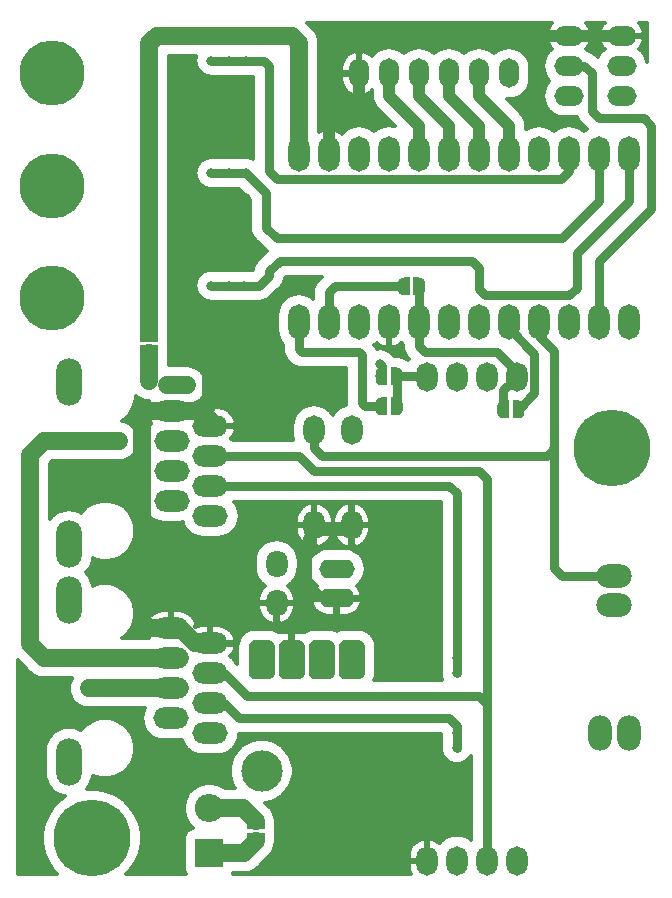
<source format=gbl>
G04 #@! TF.GenerationSoftware,KiCad,Pcbnew,5.1.5+dfsg1-2build2*
G04 #@! TF.CreationDate,2022-10-30T21:07:11+01:00*
G04 #@! TF.ProjectId,basicHiveSensor,62617369-6348-4697-9665-53656e736f72,rev?*
G04 #@! TF.SameCoordinates,Original*
G04 #@! TF.FileFunction,Copper,L2,Bot*
G04 #@! TF.FilePolarity,Positive*
%FSLAX46Y46*%
G04 Gerber Fmt 4.6, Leading zero omitted, Abs format (unit mm)*
G04 Created by KiCad (PCBNEW 5.1.5+dfsg1-2build2) date 2022-10-30 21:07:11*
%MOMM*%
%LPD*%
G04 APERTURE LIST*
%ADD10O,2.000000X3.000000*%
%ADD11O,3.000000X2.000000*%
%ADD12C,0.150000*%
%ADD13O,1.800000X2.300000*%
%ADD14O,2.200000X4.000000*%
%ADD15O,3.000000X1.800000*%
%ADD16O,1.800000X3.000000*%
%ADD17C,6.500000*%
%ADD18C,0.800000*%
%ADD19O,1.700000X2.500000*%
%ADD20C,5.500000*%
%ADD21O,2.500000X1.700000*%
%ADD22O,1.800000X2.500000*%
%ADD23C,3.500000*%
%ADD24O,3.000000X1.600000*%
%ADD25O,2.400000X2.400000*%
%ADD26R,2.400000X2.400000*%
%ADD27C,1.500000*%
%ADD28C,0.800000*%
%ADD29C,1.000000*%
%ADD30C,0.300000*%
G04 APERTURE END LIST*
D10*
X76240000Y-134620000D03*
X78740000Y-134620000D03*
D11*
X77470000Y-123785000D03*
X77470000Y-121285000D03*
G04 #@! TA.AperFunction,SMDPad,CuDef*
D12*
G36*
X37350602Y-100965000D02*
G01*
X37350602Y-100940466D01*
X37355412Y-100891635D01*
X37364984Y-100843510D01*
X37379228Y-100796555D01*
X37398005Y-100751222D01*
X37421136Y-100707949D01*
X37448396Y-100667150D01*
X37479524Y-100629221D01*
X37514221Y-100594524D01*
X37552150Y-100563396D01*
X37592949Y-100536136D01*
X37636222Y-100513005D01*
X37681555Y-100494228D01*
X37728510Y-100479984D01*
X37776635Y-100470412D01*
X37825466Y-100465602D01*
X37850000Y-100465602D01*
X37850000Y-100465000D01*
X38350000Y-100465000D01*
X38350000Y-100465602D01*
X38374534Y-100465602D01*
X38423365Y-100470412D01*
X38471490Y-100479984D01*
X38518445Y-100494228D01*
X38563778Y-100513005D01*
X38607051Y-100536136D01*
X38647850Y-100563396D01*
X38685779Y-100594524D01*
X38720476Y-100629221D01*
X38751604Y-100667150D01*
X38778864Y-100707949D01*
X38801995Y-100751222D01*
X38820772Y-100796555D01*
X38835016Y-100843510D01*
X38844588Y-100891635D01*
X38849398Y-100940466D01*
X38849398Y-100965000D01*
X38850000Y-100965000D01*
X38850000Y-101465000D01*
X37350000Y-101465000D01*
X37350000Y-100965000D01*
X37350602Y-100965000D01*
G37*
G04 #@! TD.AperFunction*
G04 #@! TA.AperFunction,SMDPad,CuDef*
G36*
X38850000Y-101765000D02*
G01*
X38850000Y-102265000D01*
X38849398Y-102265000D01*
X38849398Y-102289534D01*
X38844588Y-102338365D01*
X38835016Y-102386490D01*
X38820772Y-102433445D01*
X38801995Y-102478778D01*
X38778864Y-102522051D01*
X38751604Y-102562850D01*
X38720476Y-102600779D01*
X38685779Y-102635476D01*
X38647850Y-102666604D01*
X38607051Y-102693864D01*
X38563778Y-102716995D01*
X38518445Y-102735772D01*
X38471490Y-102750016D01*
X38423365Y-102759588D01*
X38374534Y-102764398D01*
X38350000Y-102764398D01*
X38350000Y-102765000D01*
X37850000Y-102765000D01*
X37850000Y-102764398D01*
X37825466Y-102764398D01*
X37776635Y-102759588D01*
X37728510Y-102750016D01*
X37681555Y-102735772D01*
X37636222Y-102716995D01*
X37592949Y-102693864D01*
X37552150Y-102666604D01*
X37514221Y-102635476D01*
X37479524Y-102600779D01*
X37448396Y-102562850D01*
X37421136Y-102522051D01*
X37398005Y-102478778D01*
X37379228Y-102433445D01*
X37364984Y-102386490D01*
X37355412Y-102338365D01*
X37350602Y-102289534D01*
X37350602Y-102265000D01*
X37350000Y-102265000D01*
X37350000Y-101765000D01*
X38850000Y-101765000D01*
G37*
G04 #@! TD.AperFunction*
D13*
X48895000Y-120290000D03*
X48895000Y-123590000D03*
D14*
X31312000Y-137022000D03*
X31312000Y-123328000D03*
D15*
X43250000Y-134620000D03*
X39960000Y-133350000D03*
X43250000Y-132080000D03*
X39960000Y-130810000D03*
X43250000Y-129540000D03*
X39960000Y-128270000D03*
X43250000Y-127000000D03*
X39960000Y-125730000D03*
D14*
X31352000Y-118607000D03*
X31352000Y-104913000D03*
D15*
X43290000Y-116205000D03*
X40000000Y-114935000D03*
X43290000Y-113665000D03*
X40000000Y-112395000D03*
X43290000Y-111125000D03*
X40000000Y-109855000D03*
X43290000Y-108585000D03*
X40000000Y-107315000D03*
D16*
X78740000Y-85590000D03*
X76200000Y-85590000D03*
X73660000Y-85590000D03*
X71120000Y-85590000D03*
X68580000Y-85590000D03*
X66040000Y-85590000D03*
X63500000Y-85590000D03*
X60960000Y-85590000D03*
X58420000Y-85590000D03*
X55880000Y-85590000D03*
X53340000Y-85590000D03*
X50800000Y-85590000D03*
X66040000Y-99830000D03*
X60960000Y-99830000D03*
X55880000Y-99830000D03*
X73660000Y-99830000D03*
X68580000Y-99830000D03*
X58420000Y-99830000D03*
X76200000Y-99830000D03*
X53340000Y-99830000D03*
X78740000Y-99830000D03*
X63500000Y-99830000D03*
X50800000Y-99830000D03*
X71120000Y-99830000D03*
D17*
X77250000Y-110500000D03*
D18*
X79500000Y-110500000D03*
X78840990Y-112090990D03*
X75659010Y-108909010D03*
X77250000Y-108250000D03*
X77250000Y-112750000D03*
X75659010Y-112090990D03*
X78840990Y-108909010D03*
X75000000Y-110500000D03*
X33250000Y-141250000D03*
X34840990Y-145090990D03*
X31659010Y-141909010D03*
X31000000Y-143500000D03*
X35500000Y-143500000D03*
X34840990Y-141909010D03*
X31659010Y-145090990D03*
X33250000Y-145750000D03*
D17*
X33250000Y-143500000D03*
D19*
X60960000Y-78740000D03*
X58420000Y-78740000D03*
X55880000Y-78740000D03*
X63500000Y-78740000D03*
X66040000Y-78740000D03*
X68580000Y-78740000D03*
D20*
X29845000Y-97790000D03*
X29845000Y-88265000D03*
X29845000Y-78740000D03*
D21*
X78105000Y-75565000D03*
X78105000Y-78105000D03*
X78105000Y-80645000D03*
X73660000Y-75565000D03*
X73660000Y-78105000D03*
X73660000Y-80645000D03*
D22*
X64155000Y-145415000D03*
X66695000Y-145415000D03*
X61615000Y-145415000D03*
X69235000Y-145415000D03*
X61595000Y-104415000D03*
X64135000Y-104415000D03*
X66675000Y-104415000D03*
X69215000Y-104415000D03*
G04 #@! TA.AperFunction,SMDPad,CuDef*
D12*
G36*
X46367602Y-142225000D02*
G01*
X46367602Y-142200466D01*
X46372412Y-142151635D01*
X46381984Y-142103510D01*
X46396228Y-142056555D01*
X46415005Y-142011222D01*
X46438136Y-141967949D01*
X46465396Y-141927150D01*
X46496524Y-141889221D01*
X46531221Y-141854524D01*
X46569150Y-141823396D01*
X46609949Y-141796136D01*
X46653222Y-141773005D01*
X46698555Y-141754228D01*
X46745510Y-141739984D01*
X46793635Y-141730412D01*
X46842466Y-141725602D01*
X46867000Y-141725602D01*
X46867000Y-141725000D01*
X47367000Y-141725000D01*
X47367000Y-141725602D01*
X47391534Y-141725602D01*
X47440365Y-141730412D01*
X47488490Y-141739984D01*
X47535445Y-141754228D01*
X47580778Y-141773005D01*
X47624051Y-141796136D01*
X47664850Y-141823396D01*
X47702779Y-141854524D01*
X47737476Y-141889221D01*
X47768604Y-141927150D01*
X47795864Y-141967949D01*
X47818995Y-142011222D01*
X47837772Y-142056555D01*
X47852016Y-142103510D01*
X47861588Y-142151635D01*
X47866398Y-142200466D01*
X47866398Y-142225000D01*
X47867000Y-142225000D01*
X47867000Y-142725000D01*
X46367000Y-142725000D01*
X46367000Y-142225000D01*
X46367602Y-142225000D01*
G37*
G04 #@! TD.AperFunction*
G04 #@! TA.AperFunction,SMDPad,CuDef*
G36*
X47867000Y-143025000D02*
G01*
X47867000Y-143525000D01*
X47866398Y-143525000D01*
X47866398Y-143549534D01*
X47861588Y-143598365D01*
X47852016Y-143646490D01*
X47837772Y-143693445D01*
X47818995Y-143738778D01*
X47795864Y-143782051D01*
X47768604Y-143822850D01*
X47737476Y-143860779D01*
X47702779Y-143895476D01*
X47664850Y-143926604D01*
X47624051Y-143953864D01*
X47580778Y-143976995D01*
X47535445Y-143995772D01*
X47488490Y-144010016D01*
X47440365Y-144019588D01*
X47391534Y-144024398D01*
X47367000Y-144024398D01*
X47367000Y-144025000D01*
X46867000Y-144025000D01*
X46867000Y-144024398D01*
X46842466Y-144024398D01*
X46793635Y-144019588D01*
X46745510Y-144010016D01*
X46698555Y-143995772D01*
X46653222Y-143976995D01*
X46609949Y-143953864D01*
X46569150Y-143926604D01*
X46531221Y-143895476D01*
X46496524Y-143860779D01*
X46465396Y-143822850D01*
X46438136Y-143782051D01*
X46415005Y-143738778D01*
X46396228Y-143693445D01*
X46381984Y-143646490D01*
X46372412Y-143598365D01*
X46367602Y-143549534D01*
X46367602Y-143525000D01*
X46367000Y-143525000D01*
X46367000Y-143025000D01*
X47867000Y-143025000D01*
G37*
G04 #@! TD.AperFunction*
D23*
X47625000Y-137795000D03*
G04 #@! TA.AperFunction,ComponentPad*
D12*
G36*
X48228909Y-126737648D02*
G01*
X48282300Y-126745568D01*
X48334657Y-126758683D01*
X48385476Y-126776866D01*
X48434268Y-126799943D01*
X48480564Y-126827692D01*
X48523916Y-126859844D01*
X48563909Y-126896091D01*
X48600156Y-126936084D01*
X48632308Y-126979436D01*
X48660057Y-127025732D01*
X48683134Y-127074524D01*
X48701317Y-127125343D01*
X48714432Y-127177700D01*
X48722352Y-127231091D01*
X48725000Y-127285000D01*
X48725000Y-129485000D01*
X48722352Y-129538909D01*
X48714432Y-129592300D01*
X48701317Y-129644657D01*
X48683134Y-129695476D01*
X48660057Y-129744268D01*
X48632308Y-129790564D01*
X48600156Y-129833916D01*
X48563909Y-129873909D01*
X48523916Y-129910156D01*
X48480564Y-129942308D01*
X48434268Y-129970057D01*
X48385476Y-129993134D01*
X48334657Y-130011317D01*
X48282300Y-130024432D01*
X48228909Y-130032352D01*
X48175000Y-130035000D01*
X47075000Y-130035000D01*
X47021091Y-130032352D01*
X46967700Y-130024432D01*
X46915343Y-130011317D01*
X46864524Y-129993134D01*
X46815732Y-129970057D01*
X46769436Y-129942308D01*
X46726084Y-129910156D01*
X46686091Y-129873909D01*
X46649844Y-129833916D01*
X46617692Y-129790564D01*
X46589943Y-129744268D01*
X46566866Y-129695476D01*
X46548683Y-129644657D01*
X46535568Y-129592300D01*
X46527648Y-129538909D01*
X46525000Y-129485000D01*
X46525000Y-127285000D01*
X46527648Y-127231091D01*
X46535568Y-127177700D01*
X46548683Y-127125343D01*
X46566866Y-127074524D01*
X46589943Y-127025732D01*
X46617692Y-126979436D01*
X46649844Y-126936084D01*
X46686091Y-126896091D01*
X46726084Y-126859844D01*
X46769436Y-126827692D01*
X46815732Y-126799943D01*
X46864524Y-126776866D01*
X46915343Y-126758683D01*
X46967700Y-126745568D01*
X47021091Y-126737648D01*
X47075000Y-126735000D01*
X48175000Y-126735000D01*
X48228909Y-126737648D01*
G37*
G04 #@! TD.AperFunction*
G04 #@! TA.AperFunction,ComponentPad*
G36*
X50768909Y-126737648D02*
G01*
X50822300Y-126745568D01*
X50874657Y-126758683D01*
X50925476Y-126776866D01*
X50974268Y-126799943D01*
X51020564Y-126827692D01*
X51063916Y-126859844D01*
X51103909Y-126896091D01*
X51140156Y-126936084D01*
X51172308Y-126979436D01*
X51200057Y-127025732D01*
X51223134Y-127074524D01*
X51241317Y-127125343D01*
X51254432Y-127177700D01*
X51262352Y-127231091D01*
X51265000Y-127285000D01*
X51265000Y-129485000D01*
X51262352Y-129538909D01*
X51254432Y-129592300D01*
X51241317Y-129644657D01*
X51223134Y-129695476D01*
X51200057Y-129744268D01*
X51172308Y-129790564D01*
X51140156Y-129833916D01*
X51103909Y-129873909D01*
X51063916Y-129910156D01*
X51020564Y-129942308D01*
X50974268Y-129970057D01*
X50925476Y-129993134D01*
X50874657Y-130011317D01*
X50822300Y-130024432D01*
X50768909Y-130032352D01*
X50715000Y-130035000D01*
X49615000Y-130035000D01*
X49561091Y-130032352D01*
X49507700Y-130024432D01*
X49455343Y-130011317D01*
X49404524Y-129993134D01*
X49355732Y-129970057D01*
X49309436Y-129942308D01*
X49266084Y-129910156D01*
X49226091Y-129873909D01*
X49189844Y-129833916D01*
X49157692Y-129790564D01*
X49129943Y-129744268D01*
X49106866Y-129695476D01*
X49088683Y-129644657D01*
X49075568Y-129592300D01*
X49067648Y-129538909D01*
X49065000Y-129485000D01*
X49065000Y-127285000D01*
X49067648Y-127231091D01*
X49075568Y-127177700D01*
X49088683Y-127125343D01*
X49106866Y-127074524D01*
X49129943Y-127025732D01*
X49157692Y-126979436D01*
X49189844Y-126936084D01*
X49226091Y-126896091D01*
X49266084Y-126859844D01*
X49309436Y-126827692D01*
X49355732Y-126799943D01*
X49404524Y-126776866D01*
X49455343Y-126758683D01*
X49507700Y-126745568D01*
X49561091Y-126737648D01*
X49615000Y-126735000D01*
X50715000Y-126735000D01*
X50768909Y-126737648D01*
G37*
G04 #@! TD.AperFunction*
G04 #@! TA.AperFunction,ComponentPad*
G36*
X53308909Y-126737648D02*
G01*
X53362300Y-126745568D01*
X53414657Y-126758683D01*
X53465476Y-126776866D01*
X53514268Y-126799943D01*
X53560564Y-126827692D01*
X53603916Y-126859844D01*
X53643909Y-126896091D01*
X53680156Y-126936084D01*
X53712308Y-126979436D01*
X53740057Y-127025732D01*
X53763134Y-127074524D01*
X53781317Y-127125343D01*
X53794432Y-127177700D01*
X53802352Y-127231091D01*
X53805000Y-127285000D01*
X53805000Y-129485000D01*
X53802352Y-129538909D01*
X53794432Y-129592300D01*
X53781317Y-129644657D01*
X53763134Y-129695476D01*
X53740057Y-129744268D01*
X53712308Y-129790564D01*
X53680156Y-129833916D01*
X53643909Y-129873909D01*
X53603916Y-129910156D01*
X53560564Y-129942308D01*
X53514268Y-129970057D01*
X53465476Y-129993134D01*
X53414657Y-130011317D01*
X53362300Y-130024432D01*
X53308909Y-130032352D01*
X53255000Y-130035000D01*
X52155000Y-130035000D01*
X52101091Y-130032352D01*
X52047700Y-130024432D01*
X51995343Y-130011317D01*
X51944524Y-129993134D01*
X51895732Y-129970057D01*
X51849436Y-129942308D01*
X51806084Y-129910156D01*
X51766091Y-129873909D01*
X51729844Y-129833916D01*
X51697692Y-129790564D01*
X51669943Y-129744268D01*
X51646866Y-129695476D01*
X51628683Y-129644657D01*
X51615568Y-129592300D01*
X51607648Y-129538909D01*
X51605000Y-129485000D01*
X51605000Y-127285000D01*
X51607648Y-127231091D01*
X51615568Y-127177700D01*
X51628683Y-127125343D01*
X51646866Y-127074524D01*
X51669943Y-127025732D01*
X51697692Y-126979436D01*
X51729844Y-126936084D01*
X51766091Y-126896091D01*
X51806084Y-126859844D01*
X51849436Y-126827692D01*
X51895732Y-126799943D01*
X51944524Y-126776866D01*
X51995343Y-126758683D01*
X52047700Y-126745568D01*
X52101091Y-126737648D01*
X52155000Y-126735000D01*
X53255000Y-126735000D01*
X53308909Y-126737648D01*
G37*
G04 #@! TD.AperFunction*
G04 #@! TA.AperFunction,ComponentPad*
G36*
X55848909Y-126737648D02*
G01*
X55902300Y-126745568D01*
X55954657Y-126758683D01*
X56005476Y-126776866D01*
X56054268Y-126799943D01*
X56100564Y-126827692D01*
X56143916Y-126859844D01*
X56183909Y-126896091D01*
X56220156Y-126936084D01*
X56252308Y-126979436D01*
X56280057Y-127025732D01*
X56303134Y-127074524D01*
X56321317Y-127125343D01*
X56334432Y-127177700D01*
X56342352Y-127231091D01*
X56345000Y-127285000D01*
X56345000Y-129485000D01*
X56342352Y-129538909D01*
X56334432Y-129592300D01*
X56321317Y-129644657D01*
X56303134Y-129695476D01*
X56280057Y-129744268D01*
X56252308Y-129790564D01*
X56220156Y-129833916D01*
X56183909Y-129873909D01*
X56143916Y-129910156D01*
X56100564Y-129942308D01*
X56054268Y-129970057D01*
X56005476Y-129993134D01*
X55954657Y-130011317D01*
X55902300Y-130024432D01*
X55848909Y-130032352D01*
X55795000Y-130035000D01*
X54695000Y-130035000D01*
X54641091Y-130032352D01*
X54587700Y-130024432D01*
X54535343Y-130011317D01*
X54484524Y-129993134D01*
X54435732Y-129970057D01*
X54389436Y-129942308D01*
X54346084Y-129910156D01*
X54306091Y-129873909D01*
X54269844Y-129833916D01*
X54237692Y-129790564D01*
X54209943Y-129744268D01*
X54186866Y-129695476D01*
X54168683Y-129644657D01*
X54155568Y-129592300D01*
X54147648Y-129538909D01*
X54145000Y-129485000D01*
X54145000Y-127285000D01*
X54147648Y-127231091D01*
X54155568Y-127177700D01*
X54168683Y-127125343D01*
X54186866Y-127074524D01*
X54209943Y-127025732D01*
X54237692Y-126979436D01*
X54269844Y-126936084D01*
X54306091Y-126896091D01*
X54346084Y-126859844D01*
X54389436Y-126827692D01*
X54435732Y-126799943D01*
X54484524Y-126776866D01*
X54535343Y-126758683D01*
X54587700Y-126745568D01*
X54641091Y-126737648D01*
X54695000Y-126735000D01*
X55795000Y-126735000D01*
X55848909Y-126737648D01*
G37*
G04 #@! TD.AperFunction*
G04 #@! TA.AperFunction,SMDPad,CuDef*
G36*
X57755000Y-107683398D02*
G01*
X57730466Y-107683398D01*
X57681635Y-107678588D01*
X57633510Y-107669016D01*
X57586555Y-107654772D01*
X57541222Y-107635995D01*
X57497949Y-107612864D01*
X57457150Y-107585604D01*
X57419221Y-107554476D01*
X57384524Y-107519779D01*
X57353396Y-107481850D01*
X57326136Y-107441051D01*
X57303005Y-107397778D01*
X57284228Y-107352445D01*
X57269984Y-107305490D01*
X57260412Y-107257365D01*
X57255602Y-107208534D01*
X57255602Y-107184000D01*
X57255000Y-107184000D01*
X57255000Y-106684000D01*
X57255602Y-106684000D01*
X57255602Y-106659466D01*
X57260412Y-106610635D01*
X57269984Y-106562510D01*
X57284228Y-106515555D01*
X57303005Y-106470222D01*
X57326136Y-106426949D01*
X57353396Y-106386150D01*
X57384524Y-106348221D01*
X57419221Y-106313524D01*
X57457150Y-106282396D01*
X57497949Y-106255136D01*
X57541222Y-106232005D01*
X57586555Y-106213228D01*
X57633510Y-106198984D01*
X57681635Y-106189412D01*
X57730466Y-106184602D01*
X57755000Y-106184602D01*
X57755000Y-106184000D01*
X58255000Y-106184000D01*
X58255000Y-107684000D01*
X57755000Y-107684000D01*
X57755000Y-107683398D01*
G37*
G04 #@! TD.AperFunction*
G04 #@! TA.AperFunction,SMDPad,CuDef*
G36*
X58555000Y-106184000D02*
G01*
X59055000Y-106184000D01*
X59055000Y-106184602D01*
X59079534Y-106184602D01*
X59128365Y-106189412D01*
X59176490Y-106198984D01*
X59223445Y-106213228D01*
X59268778Y-106232005D01*
X59312051Y-106255136D01*
X59352850Y-106282396D01*
X59390779Y-106313524D01*
X59425476Y-106348221D01*
X59456604Y-106386150D01*
X59483864Y-106426949D01*
X59506995Y-106470222D01*
X59525772Y-106515555D01*
X59540016Y-106562510D01*
X59549588Y-106610635D01*
X59554398Y-106659466D01*
X59554398Y-106684000D01*
X59555000Y-106684000D01*
X59555000Y-107184000D01*
X59554398Y-107184000D01*
X59554398Y-107208534D01*
X59549588Y-107257365D01*
X59540016Y-107305490D01*
X59525772Y-107352445D01*
X59506995Y-107397778D01*
X59483864Y-107441051D01*
X59456604Y-107481850D01*
X59425476Y-107519779D01*
X59390779Y-107554476D01*
X59352850Y-107585604D01*
X59312051Y-107612864D01*
X59268778Y-107635995D01*
X59223445Y-107654772D01*
X59176490Y-107669016D01*
X59128365Y-107678588D01*
X59079534Y-107683398D01*
X59055000Y-107683398D01*
X59055000Y-107684000D01*
X58555000Y-107684000D01*
X58555000Y-106184000D01*
G37*
G04 #@! TD.AperFunction*
G04 #@! TA.AperFunction,SMDPad,CuDef*
G36*
X59660000Y-97523398D02*
G01*
X59635466Y-97523398D01*
X59586635Y-97518588D01*
X59538510Y-97509016D01*
X59491555Y-97494772D01*
X59446222Y-97475995D01*
X59402949Y-97452864D01*
X59362150Y-97425604D01*
X59324221Y-97394476D01*
X59289524Y-97359779D01*
X59258396Y-97321850D01*
X59231136Y-97281051D01*
X59208005Y-97237778D01*
X59189228Y-97192445D01*
X59174984Y-97145490D01*
X59165412Y-97097365D01*
X59160602Y-97048534D01*
X59160602Y-97024000D01*
X59160000Y-97024000D01*
X59160000Y-96524000D01*
X59160602Y-96524000D01*
X59160602Y-96499466D01*
X59165412Y-96450635D01*
X59174984Y-96402510D01*
X59189228Y-96355555D01*
X59208005Y-96310222D01*
X59231136Y-96266949D01*
X59258396Y-96226150D01*
X59289524Y-96188221D01*
X59324221Y-96153524D01*
X59362150Y-96122396D01*
X59402949Y-96095136D01*
X59446222Y-96072005D01*
X59491555Y-96053228D01*
X59538510Y-96038984D01*
X59586635Y-96029412D01*
X59635466Y-96024602D01*
X59660000Y-96024602D01*
X59660000Y-96024000D01*
X60160000Y-96024000D01*
X60160000Y-97524000D01*
X59660000Y-97524000D01*
X59660000Y-97523398D01*
G37*
G04 #@! TD.AperFunction*
G04 #@! TA.AperFunction,SMDPad,CuDef*
G36*
X60460000Y-96024000D02*
G01*
X60960000Y-96024000D01*
X60960000Y-96024602D01*
X60984534Y-96024602D01*
X61033365Y-96029412D01*
X61081490Y-96038984D01*
X61128445Y-96053228D01*
X61173778Y-96072005D01*
X61217051Y-96095136D01*
X61257850Y-96122396D01*
X61295779Y-96153524D01*
X61330476Y-96188221D01*
X61361604Y-96226150D01*
X61388864Y-96266949D01*
X61411995Y-96310222D01*
X61430772Y-96355555D01*
X61445016Y-96402510D01*
X61454588Y-96450635D01*
X61459398Y-96499466D01*
X61459398Y-96524000D01*
X61460000Y-96524000D01*
X61460000Y-97024000D01*
X61459398Y-97024000D01*
X61459398Y-97048534D01*
X61454588Y-97097365D01*
X61445016Y-97145490D01*
X61430772Y-97192445D01*
X61411995Y-97237778D01*
X61388864Y-97281051D01*
X61361604Y-97321850D01*
X61330476Y-97359779D01*
X61295779Y-97394476D01*
X61257850Y-97425604D01*
X61217051Y-97452864D01*
X61173778Y-97475995D01*
X61128445Y-97494772D01*
X61081490Y-97509016D01*
X61033365Y-97518588D01*
X60984534Y-97523398D01*
X60960000Y-97523398D01*
X60960000Y-97524000D01*
X60460000Y-97524000D01*
X60460000Y-96024000D01*
G37*
G04 #@! TD.AperFunction*
G04 #@! TA.AperFunction,SMDPad,CuDef*
G36*
X59070000Y-103644602D02*
G01*
X59094534Y-103644602D01*
X59143365Y-103649412D01*
X59191490Y-103658984D01*
X59238445Y-103673228D01*
X59283778Y-103692005D01*
X59327051Y-103715136D01*
X59367850Y-103742396D01*
X59405779Y-103773524D01*
X59440476Y-103808221D01*
X59471604Y-103846150D01*
X59498864Y-103886949D01*
X59521995Y-103930222D01*
X59540772Y-103975555D01*
X59555016Y-104022510D01*
X59564588Y-104070635D01*
X59569398Y-104119466D01*
X59569398Y-104144000D01*
X59570000Y-104144000D01*
X59570000Y-104644000D01*
X59569398Y-104644000D01*
X59569398Y-104668534D01*
X59564588Y-104717365D01*
X59555016Y-104765490D01*
X59540772Y-104812445D01*
X59521995Y-104857778D01*
X59498864Y-104901051D01*
X59471604Y-104941850D01*
X59440476Y-104979779D01*
X59405779Y-105014476D01*
X59367850Y-105045604D01*
X59327051Y-105072864D01*
X59283778Y-105095995D01*
X59238445Y-105114772D01*
X59191490Y-105129016D01*
X59143365Y-105138588D01*
X59094534Y-105143398D01*
X59070000Y-105143398D01*
X59070000Y-105144000D01*
X58570000Y-105144000D01*
X58570000Y-103644000D01*
X59070000Y-103644000D01*
X59070000Y-103644602D01*
G37*
G04 #@! TD.AperFunction*
G04 #@! TA.AperFunction,SMDPad,CuDef*
G36*
X58270000Y-105144000D02*
G01*
X57770000Y-105144000D01*
X57770000Y-105143398D01*
X57745466Y-105143398D01*
X57696635Y-105138588D01*
X57648510Y-105129016D01*
X57601555Y-105114772D01*
X57556222Y-105095995D01*
X57512949Y-105072864D01*
X57472150Y-105045604D01*
X57434221Y-105014476D01*
X57399524Y-104979779D01*
X57368396Y-104941850D01*
X57341136Y-104901051D01*
X57318005Y-104857778D01*
X57299228Y-104812445D01*
X57284984Y-104765490D01*
X57275412Y-104717365D01*
X57270602Y-104668534D01*
X57270602Y-104644000D01*
X57270000Y-104644000D01*
X57270000Y-104144000D01*
X57270602Y-104144000D01*
X57270602Y-104119466D01*
X57275412Y-104070635D01*
X57284984Y-104022510D01*
X57299228Y-103975555D01*
X57318005Y-103930222D01*
X57341136Y-103886949D01*
X57368396Y-103846150D01*
X57399524Y-103808221D01*
X57434221Y-103773524D01*
X57472150Y-103742396D01*
X57512949Y-103715136D01*
X57556222Y-103692005D01*
X57601555Y-103673228D01*
X57648510Y-103658984D01*
X57696635Y-103649412D01*
X57745466Y-103644602D01*
X57770000Y-103644602D01*
X57770000Y-103644000D01*
X58270000Y-103644000D01*
X58270000Y-105144000D01*
G37*
G04 #@! TD.AperFunction*
G04 #@! TA.AperFunction,SMDPad,CuDef*
G36*
X68072000Y-107937398D02*
G01*
X68047466Y-107937398D01*
X67998635Y-107932588D01*
X67950510Y-107923016D01*
X67903555Y-107908772D01*
X67858222Y-107889995D01*
X67814949Y-107866864D01*
X67774150Y-107839604D01*
X67736221Y-107808476D01*
X67701524Y-107773779D01*
X67670396Y-107735850D01*
X67643136Y-107695051D01*
X67620005Y-107651778D01*
X67601228Y-107606445D01*
X67586984Y-107559490D01*
X67577412Y-107511365D01*
X67572602Y-107462534D01*
X67572602Y-107438000D01*
X67572000Y-107438000D01*
X67572000Y-106938000D01*
X67572602Y-106938000D01*
X67572602Y-106913466D01*
X67577412Y-106864635D01*
X67586984Y-106816510D01*
X67601228Y-106769555D01*
X67620005Y-106724222D01*
X67643136Y-106680949D01*
X67670396Y-106640150D01*
X67701524Y-106602221D01*
X67736221Y-106567524D01*
X67774150Y-106536396D01*
X67814949Y-106509136D01*
X67858222Y-106486005D01*
X67903555Y-106467228D01*
X67950510Y-106452984D01*
X67998635Y-106443412D01*
X68047466Y-106438602D01*
X68072000Y-106438602D01*
X68072000Y-106438000D01*
X68572000Y-106438000D01*
X68572000Y-107938000D01*
X68072000Y-107938000D01*
X68072000Y-107937398D01*
G37*
G04 #@! TD.AperFunction*
G04 #@! TA.AperFunction,SMDPad,CuDef*
G36*
X68872000Y-106438000D02*
G01*
X69372000Y-106438000D01*
X69372000Y-106438602D01*
X69396534Y-106438602D01*
X69445365Y-106443412D01*
X69493490Y-106452984D01*
X69540445Y-106467228D01*
X69585778Y-106486005D01*
X69629051Y-106509136D01*
X69669850Y-106536396D01*
X69707779Y-106567524D01*
X69742476Y-106602221D01*
X69773604Y-106640150D01*
X69800864Y-106680949D01*
X69823995Y-106724222D01*
X69842772Y-106769555D01*
X69857016Y-106816510D01*
X69866588Y-106864635D01*
X69871398Y-106913466D01*
X69871398Y-106938000D01*
X69872000Y-106938000D01*
X69872000Y-107438000D01*
X69871398Y-107438000D01*
X69871398Y-107462534D01*
X69866588Y-107511365D01*
X69857016Y-107559490D01*
X69842772Y-107606445D01*
X69823995Y-107651778D01*
X69800864Y-107695051D01*
X69773604Y-107735850D01*
X69742476Y-107773779D01*
X69707779Y-107808476D01*
X69669850Y-107839604D01*
X69629051Y-107866864D01*
X69585778Y-107889995D01*
X69540445Y-107908772D01*
X69493490Y-107923016D01*
X69445365Y-107932588D01*
X69396534Y-107937398D01*
X69372000Y-107937398D01*
X69372000Y-107938000D01*
X68872000Y-107938000D01*
X68872000Y-106438000D01*
G37*
G04 #@! TD.AperFunction*
D24*
X53975000Y-123190000D03*
X53975000Y-120690000D03*
D25*
X43180000Y-140970000D03*
D26*
X43180000Y-144780000D03*
D22*
X55245000Y-108975000D03*
X55245000Y-116975000D03*
X52070000Y-108975000D03*
X52070000Y-116975000D03*
D18*
X43370500Y-100965000D03*
X44831000Y-100965000D03*
X46291500Y-100965000D03*
X43370500Y-98806000D03*
X44831000Y-98806000D03*
X46291500Y-98806000D03*
X43370500Y-91440000D03*
X44831000Y-91440000D03*
X46291500Y-91440000D03*
X43370500Y-89281000D03*
X44831000Y-89281000D03*
X46291500Y-89281000D03*
X43370500Y-81915000D03*
X44831000Y-81915000D03*
X46291500Y-81915000D03*
X43370500Y-79756000D03*
X44831000Y-79756000D03*
X46291500Y-79756000D03*
X62230000Y-115570000D03*
X62230000Y-116840000D03*
X60960000Y-116840000D03*
X60960000Y-115570000D03*
X40005000Y-118745000D03*
X41275000Y-118745000D03*
X41275000Y-120015000D03*
X40005000Y-120015000D03*
X55245000Y-135255000D03*
X56515000Y-135255000D03*
X56515000Y-136525000D03*
X55245000Y-136525000D03*
X55245000Y-145415000D03*
X55245000Y-144145000D03*
X56515000Y-144145000D03*
X56515000Y-145415000D03*
X50165000Y-142240000D03*
X50165000Y-140970000D03*
X50165000Y-139700000D03*
X61615000Y-129520000D03*
X60325000Y-129540000D03*
X59055000Y-129540000D03*
X70485000Y-75565000D03*
X69215000Y-75565000D03*
X67945000Y-75565000D03*
X53975000Y-75565000D03*
X55245000Y-75565000D03*
X56515000Y-75565000D03*
X64135000Y-129540000D03*
X64155000Y-134600000D03*
X64135000Y-128270000D03*
X64155000Y-135870000D03*
X38100000Y-104775000D03*
X39624000Y-105156000D03*
X41275000Y-105156000D03*
X35560000Y-109855000D03*
X34290000Y-109855000D03*
X33020000Y-109855000D03*
X35560000Y-130810000D03*
X34290000Y-130810000D03*
X33020000Y-130810000D03*
X44831000Y-96710500D03*
X46164500Y-96710500D03*
X43370500Y-96710500D03*
X44831000Y-87185500D03*
X46291500Y-87185500D03*
X43370500Y-87185500D03*
X43370500Y-77660500D03*
X46291500Y-77660500D03*
X44831000Y-77660500D03*
X57658000Y-104394000D03*
X57658000Y-103378000D03*
D27*
X46291500Y-98806000D02*
X43370500Y-98806000D01*
X43370500Y-98806000D02*
X43370500Y-106489500D01*
X42545000Y-107315000D02*
X40750000Y-107315000D01*
X43370500Y-106489500D02*
X42545000Y-107315000D01*
X43290000Y-108060000D02*
X42545000Y-107315000D01*
X43290000Y-108585000D02*
X43290000Y-108060000D01*
D28*
X46291500Y-100965000D02*
X41910000Y-100965000D01*
X41910000Y-100965000D02*
X41275000Y-100330000D01*
X41275000Y-100330000D02*
X41275000Y-99060000D01*
X41529000Y-98806000D02*
X46291500Y-98806000D01*
X41275000Y-99060000D02*
X41529000Y-98806000D01*
X46291500Y-91440000D02*
X41910000Y-91440000D01*
X41910000Y-91440000D02*
X41275000Y-90805000D01*
X41275000Y-90805000D02*
X41275000Y-89535000D01*
X41529000Y-89281000D02*
X46291500Y-89281000D01*
X41275000Y-89535000D02*
X41529000Y-89281000D01*
X41529000Y-79756000D02*
X46291500Y-79756000D01*
X41275000Y-80010000D02*
X41529000Y-79756000D01*
X41275000Y-81280000D02*
X41275000Y-80010000D01*
X41910000Y-81915000D02*
X41275000Y-81280000D01*
X46291500Y-81915000D02*
X41910000Y-81915000D01*
X41275000Y-92075000D02*
X41910000Y-91440000D01*
X41275000Y-99060000D02*
X41275000Y-92075000D01*
X41275000Y-82550000D02*
X41910000Y-81915000D01*
X41275000Y-89535000D02*
X41275000Y-82550000D01*
D27*
X41980000Y-127000000D02*
X40710000Y-125730000D01*
X43250000Y-127000000D02*
X41980000Y-127000000D01*
X40710000Y-125730000D02*
X38100000Y-125730000D01*
X38100000Y-125730000D02*
X37465000Y-125095000D01*
X37465000Y-125095000D02*
X37465000Y-107950000D01*
X37465000Y-107950000D02*
X38100000Y-107315000D01*
X38100000Y-107315000D02*
X40750000Y-107315000D01*
D29*
X78105000Y-75565000D02*
X73660000Y-75565000D01*
X73660000Y-75565000D02*
X70485000Y-75565000D01*
X53975000Y-75565000D02*
X53340000Y-76200000D01*
X53340000Y-82550000D02*
X53340000Y-85090000D01*
X55880000Y-78740000D02*
X55880000Y-80645000D01*
X55880000Y-80645000D02*
X55245000Y-81280000D01*
X55245000Y-81280000D02*
X53340000Y-81280000D01*
X53340000Y-81280000D02*
X53340000Y-82550000D01*
X53340000Y-76200000D02*
X53340000Y-81280000D01*
D28*
X51435000Y-118110000D02*
X52070000Y-117475000D01*
X51435000Y-121920000D02*
X51435000Y-118110000D01*
X52705000Y-123190000D02*
X51435000Y-121920000D01*
X53975000Y-123190000D02*
X52705000Y-123190000D01*
X52070000Y-117475000D02*
X55245000Y-117475000D01*
D29*
X70485000Y-75565000D02*
X69215000Y-75565000D01*
X69215000Y-75565000D02*
X67945000Y-75565000D01*
X67945000Y-75565000D02*
X56515000Y-75565000D01*
X53975000Y-75565000D02*
X53975000Y-75565000D01*
X55245000Y-75565000D02*
X53975000Y-75565000D01*
X56515000Y-75565000D02*
X55245000Y-75565000D01*
D28*
X43250000Y-132080000D02*
X44450000Y-132080000D01*
X44450000Y-132080000D02*
X45720000Y-133350000D01*
X45720000Y-133350000D02*
X63500000Y-133350000D01*
X64155000Y-134005000D02*
X64155000Y-134600000D01*
X63500000Y-133350000D02*
X64155000Y-134005000D01*
X64135000Y-129540000D02*
X64135000Y-129540000D01*
X64155000Y-134600000D02*
X64155000Y-135870000D01*
X64135000Y-114300000D02*
X64135000Y-128905000D01*
X63500000Y-113665000D02*
X64135000Y-114300000D01*
X43290000Y-113665000D02*
X63500000Y-113665000D01*
X64135000Y-128905000D02*
X64135000Y-129540000D01*
X64135000Y-128270000D02*
X64135000Y-128905000D01*
X64135000Y-129540000D02*
X64135000Y-128270000D01*
X43250000Y-129540000D02*
X44450000Y-129540000D01*
X44450000Y-129540000D02*
X46355000Y-131445000D01*
X46355000Y-131445000D02*
X66040000Y-131445000D01*
X66040000Y-131445000D02*
X66695000Y-132100000D01*
X66695000Y-132100000D02*
X66695000Y-132695000D01*
X66695000Y-132695000D02*
X66695000Y-145415000D01*
X66695000Y-113050000D02*
X66695000Y-132100000D01*
X66040000Y-112395000D02*
X66695000Y-113050000D01*
X52070000Y-112395000D02*
X66040000Y-112395000D01*
X50800000Y-111125000D02*
X52070000Y-112395000D01*
X43290000Y-111125000D02*
X50800000Y-111125000D01*
X61574000Y-104394000D02*
X61595000Y-104415000D01*
X59070000Y-104394000D02*
X61574000Y-104394000D01*
X59055000Y-104409000D02*
X59070000Y-104394000D01*
X59055000Y-106934000D02*
X59055000Y-104409000D01*
X68072000Y-105558000D02*
X68072000Y-107188000D01*
X69215000Y-104415000D02*
X68072000Y-105558000D01*
X69215000Y-104065000D02*
X69215000Y-104415000D01*
X67515000Y-102365000D02*
X69215000Y-104065000D01*
X61471000Y-102365000D02*
X67515000Y-102365000D01*
X60960000Y-101854000D02*
X61471000Y-102365000D01*
X60960000Y-100330000D02*
X60960000Y-101854000D01*
X60960000Y-100330000D02*
X60960000Y-96774000D01*
D27*
X46012010Y-140970000D02*
X47117000Y-142074990D01*
X43180000Y-140970000D02*
X46012010Y-140970000D01*
X41275000Y-105156000D02*
X39624000Y-105156000D01*
X38100000Y-104775000D02*
X38100000Y-102415010D01*
X40710000Y-128270000D02*
X29210000Y-128270000D01*
X27993384Y-111071616D02*
X29210000Y-109855000D01*
X27993384Y-127053384D02*
X27993384Y-111071616D01*
X29210000Y-128270000D02*
X27993384Y-127053384D01*
X29210000Y-109855000D02*
X33020000Y-109855000D01*
X35560000Y-109855000D02*
X35560000Y-109855000D01*
X34290000Y-109855000D02*
X35560000Y-109855000D01*
X33020000Y-109855000D02*
X34290000Y-109855000D01*
X46111999Y-144780000D02*
X47117000Y-143774999D01*
X43180000Y-144780000D02*
X46111999Y-144780000D01*
X40710000Y-130810000D02*
X33020000Y-130810000D01*
D28*
X46164500Y-96710500D02*
X43370500Y-96710500D01*
X47434500Y-96710500D02*
X46164500Y-96710500D01*
X48260000Y-95504000D02*
X48260000Y-95885000D01*
X49149000Y-94615000D02*
X48260000Y-95504000D01*
X65405000Y-94615000D02*
X49149000Y-94615000D01*
X66040000Y-95250000D02*
X65405000Y-94615000D01*
X66040000Y-97028000D02*
X66040000Y-95250000D01*
X73660000Y-97536000D02*
X66548000Y-97536000D01*
X74295000Y-96901000D02*
X73660000Y-97536000D01*
X66548000Y-97536000D02*
X66040000Y-97028000D01*
X74295000Y-93980000D02*
X74295000Y-96901000D01*
X48260000Y-95885000D02*
X47434500Y-96710500D01*
X78740000Y-89535000D02*
X74295000Y-93980000D01*
X78740000Y-85090000D02*
X78740000Y-89535000D01*
X43370500Y-87185500D02*
X46291500Y-87185500D01*
X48006000Y-91821000D02*
X48006000Y-88900000D01*
X48895000Y-92710000D02*
X48006000Y-91821000D01*
X73025000Y-92710000D02*
X48895000Y-92710000D01*
X48006000Y-88900000D02*
X46291500Y-87185500D01*
X76200000Y-89535000D02*
X73025000Y-92710000D01*
X76200000Y-85090000D02*
X76200000Y-89535000D01*
X43370500Y-77660500D02*
X47815500Y-77660500D01*
X47815500Y-77660500D02*
X48260000Y-78105000D01*
X48260000Y-78105000D02*
X48260000Y-86995000D01*
X48955010Y-87690010D02*
X72964990Y-87690010D01*
X48260000Y-86995000D02*
X48955010Y-87690010D01*
X73660000Y-86995000D02*
X73660000Y-85090000D01*
X72964990Y-87690010D02*
X73660000Y-86995000D01*
X53848000Y-96774000D02*
X59660000Y-96774000D01*
X53340000Y-97282000D02*
X53848000Y-96774000D01*
X53340000Y-100330000D02*
X53340000Y-97282000D01*
X50800000Y-100330000D02*
X50800000Y-102108000D01*
X50800000Y-102108000D02*
X51054000Y-102362000D01*
X51054000Y-102362000D02*
X55880000Y-102362000D01*
X55880000Y-102362000D02*
X56134000Y-102616000D01*
X56134000Y-102616000D02*
X56134000Y-106680000D01*
X56388000Y-106934000D02*
X57755000Y-106934000D01*
X56134000Y-106680000D02*
X56388000Y-106934000D01*
X70715010Y-102465010D02*
X68580000Y-100330000D01*
X70715010Y-105844990D02*
X70715010Y-102465010D01*
X69372000Y-107188000D02*
X70715010Y-105844990D01*
X57770000Y-103490000D02*
X57658000Y-103378000D01*
X57770000Y-104394000D02*
X57770000Y-103490000D01*
X74930000Y-78105000D02*
X73660000Y-78105000D01*
X76200000Y-82550000D02*
X75565000Y-81915000D01*
X80010000Y-82550000D02*
X76200000Y-82550000D01*
X80624990Y-83164990D02*
X80010000Y-82550000D01*
X75565000Y-81915000D02*
X75565000Y-78740000D01*
X76200000Y-94615000D02*
X80624990Y-90190010D01*
X75565000Y-78740000D02*
X74930000Y-78105000D01*
X80624990Y-90190010D02*
X80624990Y-83164990D01*
X76200000Y-100330000D02*
X76200000Y-94615000D01*
X71120000Y-100330000D02*
X71120000Y-100965000D01*
X71120000Y-100965000D02*
X72390000Y-102235000D01*
X73025000Y-121285000D02*
X77470000Y-121285000D01*
X72390000Y-120650000D02*
X73025000Y-121285000D01*
X52070000Y-108475000D02*
X52070000Y-110490000D01*
X52070000Y-110490000D02*
X52705000Y-111125000D01*
X71755000Y-111125000D02*
X72390000Y-110490000D01*
X52705000Y-111125000D02*
X71755000Y-111125000D01*
X72390000Y-110490000D02*
X72390000Y-120650000D01*
X72390000Y-102235000D02*
X72390000Y-110490000D01*
D29*
X66040000Y-78740000D02*
X66040000Y-80645000D01*
X66040000Y-80645000D02*
X68580000Y-83185000D01*
X68580000Y-83185000D02*
X68580000Y-85090000D01*
X63500000Y-78740000D02*
X63500000Y-80645000D01*
X63500000Y-80645000D02*
X66040000Y-83185000D01*
X66040000Y-83185000D02*
X66040000Y-85090000D01*
X60960000Y-78740000D02*
X60960000Y-80645000D01*
X60960000Y-80645000D02*
X63500000Y-83185000D01*
X63500000Y-83185000D02*
X63500000Y-85090000D01*
X58420000Y-80645000D02*
X58420000Y-78740000D01*
X60960000Y-83185000D02*
X58420000Y-80645000D01*
X60960000Y-85090000D02*
X60960000Y-83185000D01*
D27*
X38735000Y-75565000D02*
X38100000Y-76200000D01*
X38100000Y-76200000D02*
X38100000Y-100715000D01*
X50165000Y-75565000D02*
X38735000Y-75565000D01*
X50800000Y-76200000D02*
X50165000Y-75565000D01*
X50800000Y-85090000D02*
X50800000Y-76200000D01*
D30*
G36*
X27948872Y-129413035D02*
G01*
X28002103Y-129477897D01*
X28066965Y-129531128D01*
X28066969Y-129531132D01*
X28260960Y-129690337D01*
X28393886Y-129761387D01*
X28556291Y-129848194D01*
X28876742Y-129945402D01*
X29126490Y-129970000D01*
X29126500Y-129970000D01*
X29210000Y-129978224D01*
X29293500Y-129970000D01*
X31541381Y-129970000D01*
X31441806Y-130156291D01*
X31344598Y-130476742D01*
X31311775Y-130810000D01*
X31344598Y-131143258D01*
X31441806Y-131463709D01*
X31599663Y-131759039D01*
X31812103Y-132017897D01*
X32070961Y-132230337D01*
X32366291Y-132388194D01*
X32686742Y-132485402D01*
X32936490Y-132510000D01*
X37711297Y-132510000D01*
X37642553Y-132638610D01*
X37536768Y-132987337D01*
X37501049Y-133350000D01*
X37536768Y-133712663D01*
X37642553Y-134061390D01*
X37814339Y-134382778D01*
X38045523Y-134664477D01*
X38327222Y-134895661D01*
X38648610Y-135067447D01*
X38997337Y-135173232D01*
X39269118Y-135200000D01*
X40650882Y-135200000D01*
X40885681Y-135176874D01*
X40932553Y-135331390D01*
X41104339Y-135652778D01*
X41335523Y-135934477D01*
X41617222Y-136165661D01*
X41938610Y-136337447D01*
X42287337Y-136443232D01*
X42559118Y-136470000D01*
X43940882Y-136470000D01*
X44212663Y-136443232D01*
X44561390Y-136337447D01*
X44882778Y-136165661D01*
X45164477Y-135934477D01*
X45395661Y-135652778D01*
X45567447Y-135331390D01*
X45673232Y-134982663D01*
X45700617Y-134704622D01*
X45719999Y-134706531D01*
X45786310Y-134700000D01*
X62805000Y-134700000D01*
X62805000Y-136002963D01*
X62818001Y-136068322D01*
X62824533Y-136134646D01*
X62843879Y-136198422D01*
X62856880Y-136263780D01*
X62882382Y-136325348D01*
X62901728Y-136389122D01*
X62933142Y-136447894D01*
X62958646Y-136509465D01*
X62995673Y-136564880D01*
X63027086Y-136623649D01*
X63069359Y-136675159D01*
X63106387Y-136730575D01*
X63153514Y-136777702D01*
X63195788Y-136829213D01*
X63247299Y-136871487D01*
X63294425Y-136918613D01*
X63349840Y-136955640D01*
X63401352Y-136997915D01*
X63460122Y-137029328D01*
X63515535Y-137066354D01*
X63577108Y-137091858D01*
X63635879Y-137123272D01*
X63699650Y-137142617D01*
X63761220Y-137168120D01*
X63826581Y-137181121D01*
X63890355Y-137200467D01*
X63956678Y-137206999D01*
X64022037Y-137220000D01*
X64088679Y-137220000D01*
X64155000Y-137226532D01*
X64221321Y-137220000D01*
X64287963Y-137220000D01*
X64353322Y-137206999D01*
X64419646Y-137200467D01*
X64483422Y-137181121D01*
X64548780Y-137168120D01*
X64610348Y-137142618D01*
X64674122Y-137123272D01*
X64732896Y-137091857D01*
X64794465Y-137066354D01*
X64849874Y-137029331D01*
X64908649Y-136997915D01*
X64960166Y-136955636D01*
X65015575Y-136918613D01*
X65062697Y-136871491D01*
X65114213Y-136829213D01*
X65156491Y-136777697D01*
X65203613Y-136730575D01*
X65240636Y-136675166D01*
X65282915Y-136623649D01*
X65314331Y-136564874D01*
X65345000Y-136518974D01*
X65345001Y-143648369D01*
X65187777Y-143519339D01*
X64866389Y-143347553D01*
X64517662Y-143241768D01*
X64155000Y-143206049D01*
X63792337Y-143241768D01*
X63443610Y-143347553D01*
X63122222Y-143519339D01*
X62840523Y-143750523D01*
X62687473Y-143937016D01*
X62643133Y-143889789D01*
X62394105Y-143711792D01*
X62115137Y-143585798D01*
X61960901Y-143545883D01*
X61719000Y-143675386D01*
X61719000Y-145311000D01*
X61739000Y-145311000D01*
X61739000Y-145519000D01*
X61719000Y-145519000D01*
X61719000Y-145539000D01*
X61511000Y-145539000D01*
X61511000Y-145519000D01*
X60057000Y-145519000D01*
X60057000Y-145869000D01*
X60107226Y-146170952D01*
X60215395Y-146457304D01*
X60257604Y-146525000D01*
X45161691Y-146525000D01*
X45173718Y-146510345D01*
X45189938Y-146480000D01*
X46028499Y-146480000D01*
X46111999Y-146488224D01*
X46195499Y-146480000D01*
X46195509Y-146480000D01*
X46445257Y-146455402D01*
X46765708Y-146358194D01*
X47061038Y-146200337D01*
X47129953Y-146143780D01*
X47255030Y-146041132D01*
X47255034Y-146041128D01*
X47319896Y-145987897D01*
X47373128Y-145923034D01*
X48335161Y-144961000D01*
X60057000Y-144961000D01*
X60057000Y-145311000D01*
X61511000Y-145311000D01*
X61511000Y-143675386D01*
X61269099Y-143545883D01*
X61114863Y-143585798D01*
X60835895Y-143711792D01*
X60586867Y-143889789D01*
X60377350Y-144112949D01*
X60215395Y-144372696D01*
X60107226Y-144659048D01*
X60057000Y-144961000D01*
X48335161Y-144961000D01*
X48378131Y-144918030D01*
X48537337Y-144724039D01*
X48695193Y-144428709D01*
X48792401Y-144108258D01*
X48825224Y-143775000D01*
X48812309Y-143643868D01*
X48819189Y-143574009D01*
X48819189Y-143549449D01*
X48821597Y-143525000D01*
X48821597Y-143025000D01*
X48806824Y-142875000D01*
X48821597Y-142725000D01*
X48821597Y-142225000D01*
X48819189Y-142200551D01*
X48819189Y-142175991D01*
X48817233Y-142156128D01*
X48825224Y-142074990D01*
X48792401Y-141741732D01*
X48695193Y-141421280D01*
X48537337Y-141125950D01*
X48378132Y-140931960D01*
X47932836Y-140486664D01*
X48412561Y-140391240D01*
X48903930Y-140187709D01*
X49346150Y-139892227D01*
X49722227Y-139516150D01*
X50017709Y-139073930D01*
X50221240Y-138582561D01*
X50325000Y-138060927D01*
X50325000Y-137529073D01*
X50221240Y-137007439D01*
X50017709Y-136516070D01*
X49722227Y-136073850D01*
X49346150Y-135697773D01*
X48903930Y-135402291D01*
X48412561Y-135198760D01*
X47890927Y-135095000D01*
X47359073Y-135095000D01*
X46837439Y-135198760D01*
X46346070Y-135402291D01*
X45903850Y-135697773D01*
X45527773Y-136073850D01*
X45232291Y-136516070D01*
X45028760Y-137007439D01*
X44925000Y-137529073D01*
X44925000Y-138060927D01*
X45028760Y-138582561D01*
X45232291Y-139073930D01*
X45363301Y-139270000D01*
X44505668Y-139270000D01*
X44198407Y-139064695D01*
X43807132Y-138902623D01*
X43391757Y-138820000D01*
X42968243Y-138820000D01*
X42552868Y-138902623D01*
X42161593Y-139064695D01*
X41809455Y-139299986D01*
X41509986Y-139599455D01*
X41274695Y-139951593D01*
X41112623Y-140342868D01*
X41030000Y-140758243D01*
X41030000Y-141181757D01*
X41112623Y-141597132D01*
X41274695Y-141988407D01*
X41509986Y-142340545D01*
X41809455Y-142640014D01*
X41812308Y-142641920D01*
X41793768Y-142643746D01*
X41614692Y-142698068D01*
X41449655Y-142786282D01*
X41304999Y-142904999D01*
X41186282Y-143049655D01*
X41098068Y-143214692D01*
X41043746Y-143393768D01*
X41025404Y-143580000D01*
X41025404Y-145980000D01*
X41043746Y-146166232D01*
X41098068Y-146345308D01*
X41186282Y-146510345D01*
X41198309Y-146525000D01*
X36164697Y-146525000D01*
X36512353Y-146177344D01*
X36971992Y-145489446D01*
X37288596Y-144725095D01*
X37450000Y-143913664D01*
X37450000Y-143086336D01*
X37288596Y-142274905D01*
X36971992Y-141510554D01*
X36512353Y-140822656D01*
X35927344Y-140237647D01*
X35239446Y-139778008D01*
X34475095Y-139461404D01*
X33663664Y-139300000D01*
X32836336Y-139300000D01*
X32832438Y-139300775D01*
X33024760Y-139066430D01*
X33215117Y-138710297D01*
X33332338Y-138323870D01*
X33341748Y-138228326D01*
X33616193Y-138342005D01*
X34108847Y-138440000D01*
X34611153Y-138440000D01*
X35103807Y-138342005D01*
X35567878Y-138149780D01*
X35985530Y-137870714D01*
X36340714Y-137515530D01*
X36619780Y-137097878D01*
X36812005Y-136633807D01*
X36910000Y-136141153D01*
X36910000Y-135638847D01*
X36812005Y-135146193D01*
X36619780Y-134682122D01*
X36340714Y-134264470D01*
X35985530Y-133909286D01*
X35567878Y-133630220D01*
X35103807Y-133437995D01*
X34611153Y-133340000D01*
X34108847Y-133340000D01*
X33616193Y-133437995D01*
X33152122Y-133630220D01*
X32734470Y-133909286D01*
X32379286Y-134264470D01*
X32328311Y-134340759D01*
X32100297Y-134218883D01*
X31713870Y-134101662D01*
X31312000Y-134062081D01*
X30910131Y-134101662D01*
X30523704Y-134218883D01*
X30167571Y-134409240D01*
X29855418Y-134665417D01*
X29599241Y-134977570D01*
X29408884Y-135333703D01*
X29291663Y-135720130D01*
X29262000Y-136021291D01*
X29262000Y-138022708D01*
X29291662Y-138323869D01*
X29408883Y-138710296D01*
X29599240Y-139066430D01*
X29855417Y-139378583D01*
X30167570Y-139634760D01*
X30523703Y-139825117D01*
X30910130Y-139942338D01*
X31001194Y-139951307D01*
X30572656Y-140237647D01*
X29987647Y-140822656D01*
X29528008Y-141510554D01*
X29211404Y-142274905D01*
X29050000Y-143086336D01*
X29050000Y-143913664D01*
X29211404Y-144725095D01*
X29528008Y-145489446D01*
X29987647Y-146177344D01*
X30335303Y-146525000D01*
X26975000Y-146525000D01*
X26975000Y-128439163D01*
X27948872Y-129413035D01*
G37*
X27948872Y-129413035D02*
X28002103Y-129477897D01*
X28066965Y-129531128D01*
X28066969Y-129531132D01*
X28260960Y-129690337D01*
X28393886Y-129761387D01*
X28556291Y-129848194D01*
X28876742Y-129945402D01*
X29126490Y-129970000D01*
X29126500Y-129970000D01*
X29210000Y-129978224D01*
X29293500Y-129970000D01*
X31541381Y-129970000D01*
X31441806Y-130156291D01*
X31344598Y-130476742D01*
X31311775Y-130810000D01*
X31344598Y-131143258D01*
X31441806Y-131463709D01*
X31599663Y-131759039D01*
X31812103Y-132017897D01*
X32070961Y-132230337D01*
X32366291Y-132388194D01*
X32686742Y-132485402D01*
X32936490Y-132510000D01*
X37711297Y-132510000D01*
X37642553Y-132638610D01*
X37536768Y-132987337D01*
X37501049Y-133350000D01*
X37536768Y-133712663D01*
X37642553Y-134061390D01*
X37814339Y-134382778D01*
X38045523Y-134664477D01*
X38327222Y-134895661D01*
X38648610Y-135067447D01*
X38997337Y-135173232D01*
X39269118Y-135200000D01*
X40650882Y-135200000D01*
X40885681Y-135176874D01*
X40932553Y-135331390D01*
X41104339Y-135652778D01*
X41335523Y-135934477D01*
X41617222Y-136165661D01*
X41938610Y-136337447D01*
X42287337Y-136443232D01*
X42559118Y-136470000D01*
X43940882Y-136470000D01*
X44212663Y-136443232D01*
X44561390Y-136337447D01*
X44882778Y-136165661D01*
X45164477Y-135934477D01*
X45395661Y-135652778D01*
X45567447Y-135331390D01*
X45673232Y-134982663D01*
X45700617Y-134704622D01*
X45719999Y-134706531D01*
X45786310Y-134700000D01*
X62805000Y-134700000D01*
X62805000Y-136002963D01*
X62818001Y-136068322D01*
X62824533Y-136134646D01*
X62843879Y-136198422D01*
X62856880Y-136263780D01*
X62882382Y-136325348D01*
X62901728Y-136389122D01*
X62933142Y-136447894D01*
X62958646Y-136509465D01*
X62995673Y-136564880D01*
X63027086Y-136623649D01*
X63069359Y-136675159D01*
X63106387Y-136730575D01*
X63153514Y-136777702D01*
X63195788Y-136829213D01*
X63247299Y-136871487D01*
X63294425Y-136918613D01*
X63349840Y-136955640D01*
X63401352Y-136997915D01*
X63460122Y-137029328D01*
X63515535Y-137066354D01*
X63577108Y-137091858D01*
X63635879Y-137123272D01*
X63699650Y-137142617D01*
X63761220Y-137168120D01*
X63826581Y-137181121D01*
X63890355Y-137200467D01*
X63956678Y-137206999D01*
X64022037Y-137220000D01*
X64088679Y-137220000D01*
X64155000Y-137226532D01*
X64221321Y-137220000D01*
X64287963Y-137220000D01*
X64353322Y-137206999D01*
X64419646Y-137200467D01*
X64483422Y-137181121D01*
X64548780Y-137168120D01*
X64610348Y-137142618D01*
X64674122Y-137123272D01*
X64732896Y-137091857D01*
X64794465Y-137066354D01*
X64849874Y-137029331D01*
X64908649Y-136997915D01*
X64960166Y-136955636D01*
X65015575Y-136918613D01*
X65062697Y-136871491D01*
X65114213Y-136829213D01*
X65156491Y-136777697D01*
X65203613Y-136730575D01*
X65240636Y-136675166D01*
X65282915Y-136623649D01*
X65314331Y-136564874D01*
X65345000Y-136518974D01*
X65345001Y-143648369D01*
X65187777Y-143519339D01*
X64866389Y-143347553D01*
X64517662Y-143241768D01*
X64155000Y-143206049D01*
X63792337Y-143241768D01*
X63443610Y-143347553D01*
X63122222Y-143519339D01*
X62840523Y-143750523D01*
X62687473Y-143937016D01*
X62643133Y-143889789D01*
X62394105Y-143711792D01*
X62115137Y-143585798D01*
X61960901Y-143545883D01*
X61719000Y-143675386D01*
X61719000Y-145311000D01*
X61739000Y-145311000D01*
X61739000Y-145519000D01*
X61719000Y-145519000D01*
X61719000Y-145539000D01*
X61511000Y-145539000D01*
X61511000Y-145519000D01*
X60057000Y-145519000D01*
X60057000Y-145869000D01*
X60107226Y-146170952D01*
X60215395Y-146457304D01*
X60257604Y-146525000D01*
X45161691Y-146525000D01*
X45173718Y-146510345D01*
X45189938Y-146480000D01*
X46028499Y-146480000D01*
X46111999Y-146488224D01*
X46195499Y-146480000D01*
X46195509Y-146480000D01*
X46445257Y-146455402D01*
X46765708Y-146358194D01*
X47061038Y-146200337D01*
X47129953Y-146143780D01*
X47255030Y-146041132D01*
X47255034Y-146041128D01*
X47319896Y-145987897D01*
X47373128Y-145923034D01*
X48335161Y-144961000D01*
X60057000Y-144961000D01*
X60057000Y-145311000D01*
X61511000Y-145311000D01*
X61511000Y-143675386D01*
X61269099Y-143545883D01*
X61114863Y-143585798D01*
X60835895Y-143711792D01*
X60586867Y-143889789D01*
X60377350Y-144112949D01*
X60215395Y-144372696D01*
X60107226Y-144659048D01*
X60057000Y-144961000D01*
X48335161Y-144961000D01*
X48378131Y-144918030D01*
X48537337Y-144724039D01*
X48695193Y-144428709D01*
X48792401Y-144108258D01*
X48825224Y-143775000D01*
X48812309Y-143643868D01*
X48819189Y-143574009D01*
X48819189Y-143549449D01*
X48821597Y-143525000D01*
X48821597Y-143025000D01*
X48806824Y-142875000D01*
X48821597Y-142725000D01*
X48821597Y-142225000D01*
X48819189Y-142200551D01*
X48819189Y-142175991D01*
X48817233Y-142156128D01*
X48825224Y-142074990D01*
X48792401Y-141741732D01*
X48695193Y-141421280D01*
X48537337Y-141125950D01*
X48378132Y-140931960D01*
X47932836Y-140486664D01*
X48412561Y-140391240D01*
X48903930Y-140187709D01*
X49346150Y-139892227D01*
X49722227Y-139516150D01*
X50017709Y-139073930D01*
X50221240Y-138582561D01*
X50325000Y-138060927D01*
X50325000Y-137529073D01*
X50221240Y-137007439D01*
X50017709Y-136516070D01*
X49722227Y-136073850D01*
X49346150Y-135697773D01*
X48903930Y-135402291D01*
X48412561Y-135198760D01*
X47890927Y-135095000D01*
X47359073Y-135095000D01*
X46837439Y-135198760D01*
X46346070Y-135402291D01*
X45903850Y-135697773D01*
X45527773Y-136073850D01*
X45232291Y-136516070D01*
X45028760Y-137007439D01*
X44925000Y-137529073D01*
X44925000Y-138060927D01*
X45028760Y-138582561D01*
X45232291Y-139073930D01*
X45363301Y-139270000D01*
X44505668Y-139270000D01*
X44198407Y-139064695D01*
X43807132Y-138902623D01*
X43391757Y-138820000D01*
X42968243Y-138820000D01*
X42552868Y-138902623D01*
X42161593Y-139064695D01*
X41809455Y-139299986D01*
X41509986Y-139599455D01*
X41274695Y-139951593D01*
X41112623Y-140342868D01*
X41030000Y-140758243D01*
X41030000Y-141181757D01*
X41112623Y-141597132D01*
X41274695Y-141988407D01*
X41509986Y-142340545D01*
X41809455Y-142640014D01*
X41812308Y-142641920D01*
X41793768Y-142643746D01*
X41614692Y-142698068D01*
X41449655Y-142786282D01*
X41304999Y-142904999D01*
X41186282Y-143049655D01*
X41098068Y-143214692D01*
X41043746Y-143393768D01*
X41025404Y-143580000D01*
X41025404Y-145980000D01*
X41043746Y-146166232D01*
X41098068Y-146345308D01*
X41186282Y-146510345D01*
X41198309Y-146525000D01*
X36164697Y-146525000D01*
X36512353Y-146177344D01*
X36971992Y-145489446D01*
X37288596Y-144725095D01*
X37450000Y-143913664D01*
X37450000Y-143086336D01*
X37288596Y-142274905D01*
X36971992Y-141510554D01*
X36512353Y-140822656D01*
X35927344Y-140237647D01*
X35239446Y-139778008D01*
X34475095Y-139461404D01*
X33663664Y-139300000D01*
X32836336Y-139300000D01*
X32832438Y-139300775D01*
X33024760Y-139066430D01*
X33215117Y-138710297D01*
X33332338Y-138323870D01*
X33341748Y-138228326D01*
X33616193Y-138342005D01*
X34108847Y-138440000D01*
X34611153Y-138440000D01*
X35103807Y-138342005D01*
X35567878Y-138149780D01*
X35985530Y-137870714D01*
X36340714Y-137515530D01*
X36619780Y-137097878D01*
X36812005Y-136633807D01*
X36910000Y-136141153D01*
X36910000Y-135638847D01*
X36812005Y-135146193D01*
X36619780Y-134682122D01*
X36340714Y-134264470D01*
X35985530Y-133909286D01*
X35567878Y-133630220D01*
X35103807Y-133437995D01*
X34611153Y-133340000D01*
X34108847Y-133340000D01*
X33616193Y-133437995D01*
X33152122Y-133630220D01*
X32734470Y-133909286D01*
X32379286Y-134264470D01*
X32328311Y-134340759D01*
X32100297Y-134218883D01*
X31713870Y-134101662D01*
X31312000Y-134062081D01*
X30910131Y-134101662D01*
X30523704Y-134218883D01*
X30167571Y-134409240D01*
X29855418Y-134665417D01*
X29599241Y-134977570D01*
X29408884Y-135333703D01*
X29291663Y-135720130D01*
X29262000Y-136021291D01*
X29262000Y-138022708D01*
X29291662Y-138323869D01*
X29408883Y-138710296D01*
X29599240Y-139066430D01*
X29855417Y-139378583D01*
X30167570Y-139634760D01*
X30523703Y-139825117D01*
X30910130Y-139942338D01*
X31001194Y-139951307D01*
X30572656Y-140237647D01*
X29987647Y-140822656D01*
X29528008Y-141510554D01*
X29211404Y-142274905D01*
X29050000Y-143086336D01*
X29050000Y-143913664D01*
X29211404Y-144725095D01*
X29528008Y-145489446D01*
X29987647Y-146177344D01*
X30335303Y-146525000D01*
X26975000Y-146525000D01*
X26975000Y-128439163D01*
X27948872Y-129413035D01*
G36*
X37150961Y-106195337D02*
G01*
X37446291Y-106353194D01*
X37766742Y-106450402D01*
X38085462Y-106481793D01*
X38046792Y-106535895D01*
X37920798Y-106814863D01*
X37880883Y-106969099D01*
X38010386Y-107211000D01*
X39896000Y-107211000D01*
X39896000Y-107191000D01*
X40104000Y-107191000D01*
X40104000Y-107211000D01*
X40124000Y-107211000D01*
X40124000Y-107419000D01*
X40104000Y-107419000D01*
X40104000Y-107439000D01*
X39896000Y-107439000D01*
X39896000Y-107419000D01*
X38010386Y-107419000D01*
X37880883Y-107660901D01*
X37920798Y-107815137D01*
X38046792Y-108094105D01*
X38224789Y-108343133D01*
X38272016Y-108387473D01*
X38085523Y-108540523D01*
X37854339Y-108822222D01*
X37682553Y-109143610D01*
X37576768Y-109492337D01*
X37541049Y-109855000D01*
X37576768Y-110217663D01*
X37682553Y-110566390D01*
X37854339Y-110887778D01*
X38049022Y-111125000D01*
X37854339Y-111362222D01*
X37682553Y-111683610D01*
X37576768Y-112032337D01*
X37541049Y-112395000D01*
X37576768Y-112757663D01*
X37682553Y-113106390D01*
X37854339Y-113427778D01*
X38049022Y-113665000D01*
X37854339Y-113902222D01*
X37682553Y-114223610D01*
X37576768Y-114572337D01*
X37541049Y-114935000D01*
X37576768Y-115297663D01*
X37682553Y-115646390D01*
X37854339Y-115967778D01*
X38085523Y-116249477D01*
X38367222Y-116480661D01*
X38688610Y-116652447D01*
X39037337Y-116758232D01*
X39309118Y-116785000D01*
X40690882Y-116785000D01*
X40925681Y-116761874D01*
X40972553Y-116916390D01*
X41144339Y-117237778D01*
X41375523Y-117519477D01*
X41657222Y-117750661D01*
X41978610Y-117922447D01*
X42327337Y-118028232D01*
X42599118Y-118055000D01*
X43980882Y-118055000D01*
X44252663Y-118028232D01*
X44601390Y-117922447D01*
X44922778Y-117750661D01*
X45204477Y-117519477D01*
X45435661Y-117237778D01*
X45520529Y-117079000D01*
X50512000Y-117079000D01*
X50512000Y-117429000D01*
X50562226Y-117730952D01*
X50670395Y-118017304D01*
X50832350Y-118277051D01*
X51041867Y-118500211D01*
X51290895Y-118678208D01*
X51569863Y-118804202D01*
X51724099Y-118844117D01*
X51966000Y-118714614D01*
X51966000Y-117079000D01*
X52174000Y-117079000D01*
X52174000Y-118714614D01*
X52415901Y-118844117D01*
X52570137Y-118804202D01*
X52849105Y-118678208D01*
X53098133Y-118500211D01*
X53307650Y-118277051D01*
X53469605Y-118017304D01*
X53577774Y-117730952D01*
X53628000Y-117429000D01*
X53628000Y-117079000D01*
X53687000Y-117079000D01*
X53687000Y-117429000D01*
X53737226Y-117730952D01*
X53845395Y-118017304D01*
X54007350Y-118277051D01*
X54216867Y-118500211D01*
X54465895Y-118678208D01*
X54744863Y-118804202D01*
X54899099Y-118844117D01*
X55141000Y-118714614D01*
X55141000Y-117079000D01*
X55349000Y-117079000D01*
X55349000Y-118714614D01*
X55590901Y-118844117D01*
X55745137Y-118804202D01*
X56024105Y-118678208D01*
X56273133Y-118500211D01*
X56482650Y-118277051D01*
X56644605Y-118017304D01*
X56752774Y-117730952D01*
X56803000Y-117429000D01*
X56803000Y-117079000D01*
X55349000Y-117079000D01*
X55141000Y-117079000D01*
X53687000Y-117079000D01*
X53628000Y-117079000D01*
X52174000Y-117079000D01*
X51966000Y-117079000D01*
X50512000Y-117079000D01*
X45520529Y-117079000D01*
X45607447Y-116916390D01*
X45713232Y-116567663D01*
X45717827Y-116521000D01*
X50512000Y-116521000D01*
X50512000Y-116871000D01*
X51966000Y-116871000D01*
X51966000Y-115235386D01*
X52174000Y-115235386D01*
X52174000Y-116871000D01*
X53628000Y-116871000D01*
X53628000Y-116521000D01*
X53687000Y-116521000D01*
X53687000Y-116871000D01*
X55141000Y-116871000D01*
X55141000Y-115235386D01*
X55349000Y-115235386D01*
X55349000Y-116871000D01*
X56803000Y-116871000D01*
X56803000Y-116521000D01*
X56752774Y-116219048D01*
X56644605Y-115932696D01*
X56482650Y-115672949D01*
X56273133Y-115449789D01*
X56024105Y-115271792D01*
X55745137Y-115145798D01*
X55590901Y-115105883D01*
X55349000Y-115235386D01*
X55141000Y-115235386D01*
X54899099Y-115105883D01*
X54744863Y-115145798D01*
X54465895Y-115271792D01*
X54216867Y-115449789D01*
X54007350Y-115672949D01*
X53845395Y-115932696D01*
X53737226Y-116219048D01*
X53687000Y-116521000D01*
X53628000Y-116521000D01*
X53577774Y-116219048D01*
X53469605Y-115932696D01*
X53307650Y-115672949D01*
X53098133Y-115449789D01*
X52849105Y-115271792D01*
X52570137Y-115145798D01*
X52415901Y-115105883D01*
X52174000Y-115235386D01*
X51966000Y-115235386D01*
X51724099Y-115105883D01*
X51569863Y-115145798D01*
X51290895Y-115271792D01*
X51041867Y-115449789D01*
X50832350Y-115672949D01*
X50670395Y-115932696D01*
X50562226Y-116219048D01*
X50512000Y-116521000D01*
X45717827Y-116521000D01*
X45748951Y-116205000D01*
X45713232Y-115842337D01*
X45607447Y-115493610D01*
X45435661Y-115172222D01*
X45306632Y-115015000D01*
X62785000Y-115015000D01*
X62785001Y-128137032D01*
X62785000Y-128137037D01*
X62785000Y-129473679D01*
X62778468Y-129540000D01*
X62785000Y-129606320D01*
X62785000Y-129672963D01*
X62798001Y-129738322D01*
X62804533Y-129804646D01*
X62823879Y-129868422D01*
X62836880Y-129933780D01*
X62862382Y-129995348D01*
X62881728Y-130059122D01*
X62900905Y-130095000D01*
X57166776Y-130095000D01*
X57185065Y-130060784D01*
X57270686Y-129778532D01*
X57299596Y-129485000D01*
X57299596Y-127285000D01*
X57270686Y-126991468D01*
X57185065Y-126709216D01*
X57046026Y-126449091D01*
X56858910Y-126221090D01*
X56630909Y-126033974D01*
X56370784Y-125894935D01*
X56088532Y-125809314D01*
X55795000Y-125780404D01*
X54695000Y-125780404D01*
X54401468Y-125809314D01*
X54119216Y-125894935D01*
X53975000Y-125972020D01*
X53830784Y-125894935D01*
X53548532Y-125809314D01*
X53255000Y-125780404D01*
X52155000Y-125780404D01*
X51861468Y-125809314D01*
X51579216Y-125894935D01*
X51319091Y-126033974D01*
X51269950Y-126074303D01*
X51265000Y-126073816D01*
X50433500Y-126077000D01*
X50269000Y-126241500D01*
X50269000Y-128281000D01*
X50289000Y-128281000D01*
X50289000Y-128489000D01*
X50269000Y-128489000D01*
X50269000Y-128509000D01*
X50061000Y-128509000D01*
X50061000Y-128489000D01*
X50041000Y-128489000D01*
X50041000Y-128281000D01*
X50061000Y-128281000D01*
X50061000Y-126241500D01*
X49896500Y-126077000D01*
X49065000Y-126073816D01*
X49060050Y-126074303D01*
X49010909Y-126033974D01*
X48750784Y-125894935D01*
X48468532Y-125809314D01*
X48175000Y-125780404D01*
X47075000Y-125780404D01*
X46781468Y-125809314D01*
X46499216Y-125894935D01*
X46239091Y-126033974D01*
X46011090Y-126221090D01*
X45823974Y-126449091D01*
X45684935Y-126709216D01*
X45599314Y-126991468D01*
X45570404Y-127285000D01*
X45570404Y-128751216D01*
X45475181Y-128655993D01*
X45395661Y-128507222D01*
X45164477Y-128225523D01*
X44977984Y-128072473D01*
X45025211Y-128028133D01*
X45203208Y-127779105D01*
X45329202Y-127500137D01*
X45369117Y-127345901D01*
X45239614Y-127104000D01*
X43354000Y-127104000D01*
X43354000Y-127124000D01*
X43146000Y-127124000D01*
X43146000Y-127104000D01*
X43126000Y-127104000D01*
X43126000Y-126896000D01*
X43146000Y-126896000D01*
X43146000Y-125442000D01*
X43354000Y-125442000D01*
X43354000Y-126896000D01*
X45239614Y-126896000D01*
X45369117Y-126654099D01*
X45329202Y-126499863D01*
X45203208Y-126220895D01*
X45025211Y-125971867D01*
X44802051Y-125762350D01*
X44542304Y-125600395D01*
X44255952Y-125492226D01*
X43954000Y-125442000D01*
X43354000Y-125442000D01*
X43146000Y-125442000D01*
X42546000Y-125442000D01*
X42244048Y-125492226D01*
X41964748Y-125597731D01*
X42079117Y-125384099D01*
X42039202Y-125229863D01*
X41913208Y-124950895D01*
X41735211Y-124701867D01*
X41512051Y-124492350D01*
X41252304Y-124330395D01*
X40965952Y-124222226D01*
X40664000Y-124172000D01*
X40064000Y-124172000D01*
X40064000Y-125626000D01*
X40084000Y-125626000D01*
X40084000Y-125834000D01*
X40064000Y-125834000D01*
X40064000Y-125854000D01*
X39856000Y-125854000D01*
X39856000Y-125834000D01*
X37970386Y-125834000D01*
X37840883Y-126075901D01*
X37880798Y-126230137D01*
X38006792Y-126509105D01*
X38050318Y-126570000D01*
X35792040Y-126570000D01*
X35985530Y-126440714D01*
X36340714Y-126085530D01*
X36619780Y-125667878D01*
X36737325Y-125384099D01*
X37840883Y-125384099D01*
X37970386Y-125626000D01*
X39856000Y-125626000D01*
X39856000Y-124172000D01*
X39256000Y-124172000D01*
X38954048Y-124222226D01*
X38667696Y-124330395D01*
X38407949Y-124492350D01*
X38184789Y-124701867D01*
X38006792Y-124950895D01*
X37880798Y-125229863D01*
X37840883Y-125384099D01*
X36737325Y-125384099D01*
X36812005Y-125203807D01*
X36910000Y-124711153D01*
X36910000Y-124208847D01*
X36812005Y-123716193D01*
X36802813Y-123694000D01*
X47337000Y-123694000D01*
X47337000Y-123944000D01*
X47387226Y-124245952D01*
X47495395Y-124532304D01*
X47657350Y-124792051D01*
X47866867Y-125015211D01*
X48115895Y-125193208D01*
X48394863Y-125319202D01*
X48549099Y-125359117D01*
X48791000Y-125229614D01*
X48791000Y-123694000D01*
X48999000Y-123694000D01*
X48999000Y-125229614D01*
X49240901Y-125359117D01*
X49395137Y-125319202D01*
X49674105Y-125193208D01*
X49923133Y-125015211D01*
X50132650Y-124792051D01*
X50294605Y-124532304D01*
X50402774Y-124245952D01*
X50453000Y-123944000D01*
X50453000Y-123694000D01*
X48999000Y-123694000D01*
X48791000Y-123694000D01*
X47337000Y-123694000D01*
X36802813Y-123694000D01*
X36730831Y-123520220D01*
X51854888Y-123520220D01*
X51888184Y-123651869D01*
X52004938Y-123913549D01*
X52170499Y-124147423D01*
X52378506Y-124344504D01*
X52620964Y-124497218D01*
X52888557Y-124599696D01*
X53171000Y-124648000D01*
X53871000Y-124648000D01*
X53871000Y-123294000D01*
X54079000Y-123294000D01*
X54079000Y-124648000D01*
X54779000Y-124648000D01*
X55061443Y-124599696D01*
X55329036Y-124497218D01*
X55571494Y-124344504D01*
X55779501Y-124147423D01*
X55945062Y-123913549D01*
X56061816Y-123651869D01*
X56095112Y-123520220D01*
X55964312Y-123294000D01*
X54079000Y-123294000D01*
X53871000Y-123294000D01*
X51985688Y-123294000D01*
X51854888Y-123520220D01*
X36730831Y-123520220D01*
X36619780Y-123252122D01*
X36340714Y-122834470D01*
X35985530Y-122479286D01*
X35567878Y-122200220D01*
X35103807Y-122007995D01*
X34611153Y-121910000D01*
X34108847Y-121910000D01*
X33616193Y-122007995D01*
X33341748Y-122121674D01*
X33332338Y-122026130D01*
X33215117Y-121639703D01*
X33024760Y-121283570D01*
X32780839Y-120986352D01*
X32808583Y-120963583D01*
X33064760Y-120651430D01*
X33255117Y-120295297D01*
X33372338Y-119908870D01*
X33381748Y-119813326D01*
X33656193Y-119927005D01*
X34148847Y-120025000D01*
X34651153Y-120025000D01*
X35032637Y-119949118D01*
X47045000Y-119949118D01*
X47045000Y-120630881D01*
X47071768Y-120902662D01*
X47177553Y-121251389D01*
X47349339Y-121572777D01*
X47580523Y-121854477D01*
X47862222Y-122085661D01*
X47928218Y-122120937D01*
X47866867Y-122164789D01*
X47657350Y-122387949D01*
X47495395Y-122647696D01*
X47387226Y-122934048D01*
X47337000Y-123236000D01*
X47337000Y-123486000D01*
X48791000Y-123486000D01*
X48791000Y-123466000D01*
X48999000Y-123466000D01*
X48999000Y-123486000D01*
X50453000Y-123486000D01*
X50453000Y-123236000D01*
X50402774Y-122934048D01*
X50294605Y-122647696D01*
X50132650Y-122387949D01*
X49923133Y-122164789D01*
X49861781Y-122120937D01*
X49927777Y-122085661D01*
X50209477Y-121854477D01*
X50440661Y-121572778D01*
X50612447Y-121251390D01*
X50718232Y-120902663D01*
X50739177Y-120690000D01*
X51516533Y-120690000D01*
X51550321Y-121033060D01*
X51650388Y-121362936D01*
X51812888Y-121666952D01*
X52031576Y-121933424D01*
X52275208Y-122133368D01*
X52170499Y-122232577D01*
X52004938Y-122466451D01*
X51888184Y-122728131D01*
X51854888Y-122859780D01*
X51985688Y-123086000D01*
X53871000Y-123086000D01*
X53871000Y-123066000D01*
X54079000Y-123066000D01*
X54079000Y-123086000D01*
X55964312Y-123086000D01*
X56095112Y-122859780D01*
X56061816Y-122728131D01*
X55945062Y-122466451D01*
X55779501Y-122232577D01*
X55674792Y-122133368D01*
X55918424Y-121933424D01*
X56137112Y-121666952D01*
X56299612Y-121362936D01*
X56399679Y-121033060D01*
X56433467Y-120690000D01*
X56399679Y-120346940D01*
X56299612Y-120017064D01*
X56137112Y-119713048D01*
X55918424Y-119446576D01*
X55651952Y-119227888D01*
X55347936Y-119065388D01*
X55018060Y-118965321D01*
X54760968Y-118940000D01*
X53189032Y-118940000D01*
X52931940Y-118965321D01*
X52602064Y-119065388D01*
X52298048Y-119227888D01*
X52031576Y-119446576D01*
X51812888Y-119713048D01*
X51650388Y-120017064D01*
X51550321Y-120346940D01*
X51516533Y-120690000D01*
X50739177Y-120690000D01*
X50745000Y-120630882D01*
X50745000Y-119949119D01*
X50718232Y-119677338D01*
X50612447Y-119328610D01*
X50440661Y-119007222D01*
X50209477Y-118725523D01*
X49927778Y-118494339D01*
X49606390Y-118322553D01*
X49257663Y-118216768D01*
X48895000Y-118181049D01*
X48532338Y-118216768D01*
X48183611Y-118322553D01*
X47862223Y-118494339D01*
X47580523Y-118725523D01*
X47349339Y-119007222D01*
X47177553Y-119328610D01*
X47071768Y-119677337D01*
X47045000Y-119949118D01*
X35032637Y-119949118D01*
X35143807Y-119927005D01*
X35607878Y-119734780D01*
X36025530Y-119455714D01*
X36380714Y-119100530D01*
X36659780Y-118682878D01*
X36852005Y-118218807D01*
X36950000Y-117726153D01*
X36950000Y-117223847D01*
X36852005Y-116731193D01*
X36659780Y-116267122D01*
X36380714Y-115849470D01*
X36025530Y-115494286D01*
X35607878Y-115215220D01*
X35143807Y-115022995D01*
X34651153Y-114925000D01*
X34148847Y-114925000D01*
X33656193Y-115022995D01*
X33192122Y-115215220D01*
X32774470Y-115494286D01*
X32419286Y-115849470D01*
X32368311Y-115925759D01*
X32140297Y-115803883D01*
X31753870Y-115686662D01*
X31352000Y-115647081D01*
X30950131Y-115686662D01*
X30563704Y-115803883D01*
X30207571Y-115994240D01*
X29895418Y-116250417D01*
X29693384Y-116496596D01*
X29693384Y-111775779D01*
X29914163Y-111555000D01*
X35643510Y-111555000D01*
X35893258Y-111530402D01*
X36213709Y-111433194D01*
X36509039Y-111275337D01*
X36767897Y-111062897D01*
X36980337Y-110804039D01*
X37138194Y-110508709D01*
X37235402Y-110188258D01*
X37268225Y-109855000D01*
X37235402Y-109521742D01*
X37138194Y-109201291D01*
X36980337Y-108905961D01*
X36767897Y-108647103D01*
X36509039Y-108434663D01*
X36213709Y-108276806D01*
X35893258Y-108179598D01*
X35807820Y-108171183D01*
X36025530Y-108025714D01*
X36380714Y-107670530D01*
X36659780Y-107252878D01*
X36852005Y-106788807D01*
X36950000Y-106296153D01*
X36950000Y-106030412D01*
X37150961Y-106195337D01*
G37*
X37150961Y-106195337D02*
X37446291Y-106353194D01*
X37766742Y-106450402D01*
X38085462Y-106481793D01*
X38046792Y-106535895D01*
X37920798Y-106814863D01*
X37880883Y-106969099D01*
X38010386Y-107211000D01*
X39896000Y-107211000D01*
X39896000Y-107191000D01*
X40104000Y-107191000D01*
X40104000Y-107211000D01*
X40124000Y-107211000D01*
X40124000Y-107419000D01*
X40104000Y-107419000D01*
X40104000Y-107439000D01*
X39896000Y-107439000D01*
X39896000Y-107419000D01*
X38010386Y-107419000D01*
X37880883Y-107660901D01*
X37920798Y-107815137D01*
X38046792Y-108094105D01*
X38224789Y-108343133D01*
X38272016Y-108387473D01*
X38085523Y-108540523D01*
X37854339Y-108822222D01*
X37682553Y-109143610D01*
X37576768Y-109492337D01*
X37541049Y-109855000D01*
X37576768Y-110217663D01*
X37682553Y-110566390D01*
X37854339Y-110887778D01*
X38049022Y-111125000D01*
X37854339Y-111362222D01*
X37682553Y-111683610D01*
X37576768Y-112032337D01*
X37541049Y-112395000D01*
X37576768Y-112757663D01*
X37682553Y-113106390D01*
X37854339Y-113427778D01*
X38049022Y-113665000D01*
X37854339Y-113902222D01*
X37682553Y-114223610D01*
X37576768Y-114572337D01*
X37541049Y-114935000D01*
X37576768Y-115297663D01*
X37682553Y-115646390D01*
X37854339Y-115967778D01*
X38085523Y-116249477D01*
X38367222Y-116480661D01*
X38688610Y-116652447D01*
X39037337Y-116758232D01*
X39309118Y-116785000D01*
X40690882Y-116785000D01*
X40925681Y-116761874D01*
X40972553Y-116916390D01*
X41144339Y-117237778D01*
X41375523Y-117519477D01*
X41657222Y-117750661D01*
X41978610Y-117922447D01*
X42327337Y-118028232D01*
X42599118Y-118055000D01*
X43980882Y-118055000D01*
X44252663Y-118028232D01*
X44601390Y-117922447D01*
X44922778Y-117750661D01*
X45204477Y-117519477D01*
X45435661Y-117237778D01*
X45520529Y-117079000D01*
X50512000Y-117079000D01*
X50512000Y-117429000D01*
X50562226Y-117730952D01*
X50670395Y-118017304D01*
X50832350Y-118277051D01*
X51041867Y-118500211D01*
X51290895Y-118678208D01*
X51569863Y-118804202D01*
X51724099Y-118844117D01*
X51966000Y-118714614D01*
X51966000Y-117079000D01*
X52174000Y-117079000D01*
X52174000Y-118714614D01*
X52415901Y-118844117D01*
X52570137Y-118804202D01*
X52849105Y-118678208D01*
X53098133Y-118500211D01*
X53307650Y-118277051D01*
X53469605Y-118017304D01*
X53577774Y-117730952D01*
X53628000Y-117429000D01*
X53628000Y-117079000D01*
X53687000Y-117079000D01*
X53687000Y-117429000D01*
X53737226Y-117730952D01*
X53845395Y-118017304D01*
X54007350Y-118277051D01*
X54216867Y-118500211D01*
X54465895Y-118678208D01*
X54744863Y-118804202D01*
X54899099Y-118844117D01*
X55141000Y-118714614D01*
X55141000Y-117079000D01*
X55349000Y-117079000D01*
X55349000Y-118714614D01*
X55590901Y-118844117D01*
X55745137Y-118804202D01*
X56024105Y-118678208D01*
X56273133Y-118500211D01*
X56482650Y-118277051D01*
X56644605Y-118017304D01*
X56752774Y-117730952D01*
X56803000Y-117429000D01*
X56803000Y-117079000D01*
X55349000Y-117079000D01*
X55141000Y-117079000D01*
X53687000Y-117079000D01*
X53628000Y-117079000D01*
X52174000Y-117079000D01*
X51966000Y-117079000D01*
X50512000Y-117079000D01*
X45520529Y-117079000D01*
X45607447Y-116916390D01*
X45713232Y-116567663D01*
X45717827Y-116521000D01*
X50512000Y-116521000D01*
X50512000Y-116871000D01*
X51966000Y-116871000D01*
X51966000Y-115235386D01*
X52174000Y-115235386D01*
X52174000Y-116871000D01*
X53628000Y-116871000D01*
X53628000Y-116521000D01*
X53687000Y-116521000D01*
X53687000Y-116871000D01*
X55141000Y-116871000D01*
X55141000Y-115235386D01*
X55349000Y-115235386D01*
X55349000Y-116871000D01*
X56803000Y-116871000D01*
X56803000Y-116521000D01*
X56752774Y-116219048D01*
X56644605Y-115932696D01*
X56482650Y-115672949D01*
X56273133Y-115449789D01*
X56024105Y-115271792D01*
X55745137Y-115145798D01*
X55590901Y-115105883D01*
X55349000Y-115235386D01*
X55141000Y-115235386D01*
X54899099Y-115105883D01*
X54744863Y-115145798D01*
X54465895Y-115271792D01*
X54216867Y-115449789D01*
X54007350Y-115672949D01*
X53845395Y-115932696D01*
X53737226Y-116219048D01*
X53687000Y-116521000D01*
X53628000Y-116521000D01*
X53577774Y-116219048D01*
X53469605Y-115932696D01*
X53307650Y-115672949D01*
X53098133Y-115449789D01*
X52849105Y-115271792D01*
X52570137Y-115145798D01*
X52415901Y-115105883D01*
X52174000Y-115235386D01*
X51966000Y-115235386D01*
X51724099Y-115105883D01*
X51569863Y-115145798D01*
X51290895Y-115271792D01*
X51041867Y-115449789D01*
X50832350Y-115672949D01*
X50670395Y-115932696D01*
X50562226Y-116219048D01*
X50512000Y-116521000D01*
X45717827Y-116521000D01*
X45748951Y-116205000D01*
X45713232Y-115842337D01*
X45607447Y-115493610D01*
X45435661Y-115172222D01*
X45306632Y-115015000D01*
X62785000Y-115015000D01*
X62785001Y-128137032D01*
X62785000Y-128137037D01*
X62785000Y-129473679D01*
X62778468Y-129540000D01*
X62785000Y-129606320D01*
X62785000Y-129672963D01*
X62798001Y-129738322D01*
X62804533Y-129804646D01*
X62823879Y-129868422D01*
X62836880Y-129933780D01*
X62862382Y-129995348D01*
X62881728Y-130059122D01*
X62900905Y-130095000D01*
X57166776Y-130095000D01*
X57185065Y-130060784D01*
X57270686Y-129778532D01*
X57299596Y-129485000D01*
X57299596Y-127285000D01*
X57270686Y-126991468D01*
X57185065Y-126709216D01*
X57046026Y-126449091D01*
X56858910Y-126221090D01*
X56630909Y-126033974D01*
X56370784Y-125894935D01*
X56088532Y-125809314D01*
X55795000Y-125780404D01*
X54695000Y-125780404D01*
X54401468Y-125809314D01*
X54119216Y-125894935D01*
X53975000Y-125972020D01*
X53830784Y-125894935D01*
X53548532Y-125809314D01*
X53255000Y-125780404D01*
X52155000Y-125780404D01*
X51861468Y-125809314D01*
X51579216Y-125894935D01*
X51319091Y-126033974D01*
X51269950Y-126074303D01*
X51265000Y-126073816D01*
X50433500Y-126077000D01*
X50269000Y-126241500D01*
X50269000Y-128281000D01*
X50289000Y-128281000D01*
X50289000Y-128489000D01*
X50269000Y-128489000D01*
X50269000Y-128509000D01*
X50061000Y-128509000D01*
X50061000Y-128489000D01*
X50041000Y-128489000D01*
X50041000Y-128281000D01*
X50061000Y-128281000D01*
X50061000Y-126241500D01*
X49896500Y-126077000D01*
X49065000Y-126073816D01*
X49060050Y-126074303D01*
X49010909Y-126033974D01*
X48750784Y-125894935D01*
X48468532Y-125809314D01*
X48175000Y-125780404D01*
X47075000Y-125780404D01*
X46781468Y-125809314D01*
X46499216Y-125894935D01*
X46239091Y-126033974D01*
X46011090Y-126221090D01*
X45823974Y-126449091D01*
X45684935Y-126709216D01*
X45599314Y-126991468D01*
X45570404Y-127285000D01*
X45570404Y-128751216D01*
X45475181Y-128655993D01*
X45395661Y-128507222D01*
X45164477Y-128225523D01*
X44977984Y-128072473D01*
X45025211Y-128028133D01*
X45203208Y-127779105D01*
X45329202Y-127500137D01*
X45369117Y-127345901D01*
X45239614Y-127104000D01*
X43354000Y-127104000D01*
X43354000Y-127124000D01*
X43146000Y-127124000D01*
X43146000Y-127104000D01*
X43126000Y-127104000D01*
X43126000Y-126896000D01*
X43146000Y-126896000D01*
X43146000Y-125442000D01*
X43354000Y-125442000D01*
X43354000Y-126896000D01*
X45239614Y-126896000D01*
X45369117Y-126654099D01*
X45329202Y-126499863D01*
X45203208Y-126220895D01*
X45025211Y-125971867D01*
X44802051Y-125762350D01*
X44542304Y-125600395D01*
X44255952Y-125492226D01*
X43954000Y-125442000D01*
X43354000Y-125442000D01*
X43146000Y-125442000D01*
X42546000Y-125442000D01*
X42244048Y-125492226D01*
X41964748Y-125597731D01*
X42079117Y-125384099D01*
X42039202Y-125229863D01*
X41913208Y-124950895D01*
X41735211Y-124701867D01*
X41512051Y-124492350D01*
X41252304Y-124330395D01*
X40965952Y-124222226D01*
X40664000Y-124172000D01*
X40064000Y-124172000D01*
X40064000Y-125626000D01*
X40084000Y-125626000D01*
X40084000Y-125834000D01*
X40064000Y-125834000D01*
X40064000Y-125854000D01*
X39856000Y-125854000D01*
X39856000Y-125834000D01*
X37970386Y-125834000D01*
X37840883Y-126075901D01*
X37880798Y-126230137D01*
X38006792Y-126509105D01*
X38050318Y-126570000D01*
X35792040Y-126570000D01*
X35985530Y-126440714D01*
X36340714Y-126085530D01*
X36619780Y-125667878D01*
X36737325Y-125384099D01*
X37840883Y-125384099D01*
X37970386Y-125626000D01*
X39856000Y-125626000D01*
X39856000Y-124172000D01*
X39256000Y-124172000D01*
X38954048Y-124222226D01*
X38667696Y-124330395D01*
X38407949Y-124492350D01*
X38184789Y-124701867D01*
X38006792Y-124950895D01*
X37880798Y-125229863D01*
X37840883Y-125384099D01*
X36737325Y-125384099D01*
X36812005Y-125203807D01*
X36910000Y-124711153D01*
X36910000Y-124208847D01*
X36812005Y-123716193D01*
X36802813Y-123694000D01*
X47337000Y-123694000D01*
X47337000Y-123944000D01*
X47387226Y-124245952D01*
X47495395Y-124532304D01*
X47657350Y-124792051D01*
X47866867Y-125015211D01*
X48115895Y-125193208D01*
X48394863Y-125319202D01*
X48549099Y-125359117D01*
X48791000Y-125229614D01*
X48791000Y-123694000D01*
X48999000Y-123694000D01*
X48999000Y-125229614D01*
X49240901Y-125359117D01*
X49395137Y-125319202D01*
X49674105Y-125193208D01*
X49923133Y-125015211D01*
X50132650Y-124792051D01*
X50294605Y-124532304D01*
X50402774Y-124245952D01*
X50453000Y-123944000D01*
X50453000Y-123694000D01*
X48999000Y-123694000D01*
X48791000Y-123694000D01*
X47337000Y-123694000D01*
X36802813Y-123694000D01*
X36730831Y-123520220D01*
X51854888Y-123520220D01*
X51888184Y-123651869D01*
X52004938Y-123913549D01*
X52170499Y-124147423D01*
X52378506Y-124344504D01*
X52620964Y-124497218D01*
X52888557Y-124599696D01*
X53171000Y-124648000D01*
X53871000Y-124648000D01*
X53871000Y-123294000D01*
X54079000Y-123294000D01*
X54079000Y-124648000D01*
X54779000Y-124648000D01*
X55061443Y-124599696D01*
X55329036Y-124497218D01*
X55571494Y-124344504D01*
X55779501Y-124147423D01*
X55945062Y-123913549D01*
X56061816Y-123651869D01*
X56095112Y-123520220D01*
X55964312Y-123294000D01*
X54079000Y-123294000D01*
X53871000Y-123294000D01*
X51985688Y-123294000D01*
X51854888Y-123520220D01*
X36730831Y-123520220D01*
X36619780Y-123252122D01*
X36340714Y-122834470D01*
X35985530Y-122479286D01*
X35567878Y-122200220D01*
X35103807Y-122007995D01*
X34611153Y-121910000D01*
X34108847Y-121910000D01*
X33616193Y-122007995D01*
X33341748Y-122121674D01*
X33332338Y-122026130D01*
X33215117Y-121639703D01*
X33024760Y-121283570D01*
X32780839Y-120986352D01*
X32808583Y-120963583D01*
X33064760Y-120651430D01*
X33255117Y-120295297D01*
X33372338Y-119908870D01*
X33381748Y-119813326D01*
X33656193Y-119927005D01*
X34148847Y-120025000D01*
X34651153Y-120025000D01*
X35032637Y-119949118D01*
X47045000Y-119949118D01*
X47045000Y-120630881D01*
X47071768Y-120902662D01*
X47177553Y-121251389D01*
X47349339Y-121572777D01*
X47580523Y-121854477D01*
X47862222Y-122085661D01*
X47928218Y-122120937D01*
X47866867Y-122164789D01*
X47657350Y-122387949D01*
X47495395Y-122647696D01*
X47387226Y-122934048D01*
X47337000Y-123236000D01*
X47337000Y-123486000D01*
X48791000Y-123486000D01*
X48791000Y-123466000D01*
X48999000Y-123466000D01*
X48999000Y-123486000D01*
X50453000Y-123486000D01*
X50453000Y-123236000D01*
X50402774Y-122934048D01*
X50294605Y-122647696D01*
X50132650Y-122387949D01*
X49923133Y-122164789D01*
X49861781Y-122120937D01*
X49927777Y-122085661D01*
X50209477Y-121854477D01*
X50440661Y-121572778D01*
X50612447Y-121251390D01*
X50718232Y-120902663D01*
X50739177Y-120690000D01*
X51516533Y-120690000D01*
X51550321Y-121033060D01*
X51650388Y-121362936D01*
X51812888Y-121666952D01*
X52031576Y-121933424D01*
X52275208Y-122133368D01*
X52170499Y-122232577D01*
X52004938Y-122466451D01*
X51888184Y-122728131D01*
X51854888Y-122859780D01*
X51985688Y-123086000D01*
X53871000Y-123086000D01*
X53871000Y-123066000D01*
X54079000Y-123066000D01*
X54079000Y-123086000D01*
X55964312Y-123086000D01*
X56095112Y-122859780D01*
X56061816Y-122728131D01*
X55945062Y-122466451D01*
X55779501Y-122232577D01*
X55674792Y-122133368D01*
X55918424Y-121933424D01*
X56137112Y-121666952D01*
X56299612Y-121362936D01*
X56399679Y-121033060D01*
X56433467Y-120690000D01*
X56399679Y-120346940D01*
X56299612Y-120017064D01*
X56137112Y-119713048D01*
X55918424Y-119446576D01*
X55651952Y-119227888D01*
X55347936Y-119065388D01*
X55018060Y-118965321D01*
X54760968Y-118940000D01*
X53189032Y-118940000D01*
X52931940Y-118965321D01*
X52602064Y-119065388D01*
X52298048Y-119227888D01*
X52031576Y-119446576D01*
X51812888Y-119713048D01*
X51650388Y-120017064D01*
X51550321Y-120346940D01*
X51516533Y-120690000D01*
X50739177Y-120690000D01*
X50745000Y-120630882D01*
X50745000Y-119949119D01*
X50718232Y-119677338D01*
X50612447Y-119328610D01*
X50440661Y-119007222D01*
X50209477Y-118725523D01*
X49927778Y-118494339D01*
X49606390Y-118322553D01*
X49257663Y-118216768D01*
X48895000Y-118181049D01*
X48532338Y-118216768D01*
X48183611Y-118322553D01*
X47862223Y-118494339D01*
X47580523Y-118725523D01*
X47349339Y-119007222D01*
X47177553Y-119328610D01*
X47071768Y-119677337D01*
X47045000Y-119949118D01*
X35032637Y-119949118D01*
X35143807Y-119927005D01*
X35607878Y-119734780D01*
X36025530Y-119455714D01*
X36380714Y-119100530D01*
X36659780Y-118682878D01*
X36852005Y-118218807D01*
X36950000Y-117726153D01*
X36950000Y-117223847D01*
X36852005Y-116731193D01*
X36659780Y-116267122D01*
X36380714Y-115849470D01*
X36025530Y-115494286D01*
X35607878Y-115215220D01*
X35143807Y-115022995D01*
X34651153Y-114925000D01*
X34148847Y-114925000D01*
X33656193Y-115022995D01*
X33192122Y-115215220D01*
X32774470Y-115494286D01*
X32419286Y-115849470D01*
X32368311Y-115925759D01*
X32140297Y-115803883D01*
X31753870Y-115686662D01*
X31352000Y-115647081D01*
X30950131Y-115686662D01*
X30563704Y-115803883D01*
X30207571Y-115994240D01*
X29895418Y-116250417D01*
X29693384Y-116496596D01*
X29693384Y-111775779D01*
X29914163Y-111555000D01*
X35643510Y-111555000D01*
X35893258Y-111530402D01*
X36213709Y-111433194D01*
X36509039Y-111275337D01*
X36767897Y-111062897D01*
X36980337Y-110804039D01*
X37138194Y-110508709D01*
X37235402Y-110188258D01*
X37268225Y-109855000D01*
X37235402Y-109521742D01*
X37138194Y-109201291D01*
X36980337Y-108905961D01*
X36767897Y-108647103D01*
X36509039Y-108434663D01*
X36213709Y-108276806D01*
X35893258Y-108179598D01*
X35807820Y-108171183D01*
X36025530Y-108025714D01*
X36380714Y-107670530D01*
X36659780Y-107252878D01*
X36852005Y-106788807D01*
X36950000Y-106296153D01*
X36950000Y-106030412D01*
X37150961Y-106195337D01*
G36*
X42072380Y-77266720D02*
G01*
X42059379Y-77332078D01*
X42040033Y-77395854D01*
X42033501Y-77462178D01*
X42020500Y-77527537D01*
X42020500Y-77594179D01*
X42013968Y-77660500D01*
X42020500Y-77726821D01*
X42020500Y-77793463D01*
X42033501Y-77858822D01*
X42040033Y-77925146D01*
X42059379Y-77988922D01*
X42072380Y-78054280D01*
X42097882Y-78115848D01*
X42117228Y-78179622D01*
X42148643Y-78238396D01*
X42174146Y-78299965D01*
X42211169Y-78355374D01*
X42242585Y-78414149D01*
X42284864Y-78465666D01*
X42321887Y-78521075D01*
X42369009Y-78568197D01*
X42411287Y-78619713D01*
X42462803Y-78661991D01*
X42509925Y-78709113D01*
X42565334Y-78746136D01*
X42616851Y-78788415D01*
X42675626Y-78819831D01*
X42731035Y-78856854D01*
X42792604Y-78882357D01*
X42851378Y-78913772D01*
X42915152Y-78933118D01*
X42976720Y-78958620D01*
X43042078Y-78971621D01*
X43105854Y-78990967D01*
X43172178Y-78997499D01*
X43237537Y-79010500D01*
X46910000Y-79010500D01*
X46910001Y-85980462D01*
X46869396Y-85963643D01*
X46810622Y-85932228D01*
X46746848Y-85912882D01*
X46685280Y-85887380D01*
X46619922Y-85874379D01*
X46556146Y-85855033D01*
X46489822Y-85848501D01*
X46424463Y-85835500D01*
X46357819Y-85835500D01*
X46291500Y-85828968D01*
X46225181Y-85835500D01*
X43237537Y-85835500D01*
X43172178Y-85848501D01*
X43105854Y-85855033D01*
X43042078Y-85874379D01*
X42976720Y-85887380D01*
X42915152Y-85912882D01*
X42851378Y-85932228D01*
X42792604Y-85963643D01*
X42731035Y-85989146D01*
X42675626Y-86026169D01*
X42616851Y-86057585D01*
X42565334Y-86099864D01*
X42509925Y-86136887D01*
X42462803Y-86184009D01*
X42411287Y-86226287D01*
X42369009Y-86277803D01*
X42321887Y-86324925D01*
X42284864Y-86380334D01*
X42242585Y-86431851D01*
X42211169Y-86490626D01*
X42174146Y-86546035D01*
X42148643Y-86607604D01*
X42117228Y-86666378D01*
X42097882Y-86730152D01*
X42072380Y-86791720D01*
X42059379Y-86857078D01*
X42040033Y-86920854D01*
X42033501Y-86987178D01*
X42020500Y-87052537D01*
X42020500Y-87119179D01*
X42013968Y-87185500D01*
X42020500Y-87251821D01*
X42020500Y-87318463D01*
X42033501Y-87383822D01*
X42040033Y-87450146D01*
X42059379Y-87513922D01*
X42072380Y-87579280D01*
X42097882Y-87640848D01*
X42117228Y-87704622D01*
X42148643Y-87763396D01*
X42174146Y-87824965D01*
X42211169Y-87880374D01*
X42242585Y-87939149D01*
X42284864Y-87990666D01*
X42321887Y-88046075D01*
X42369009Y-88093197D01*
X42411287Y-88144713D01*
X42462803Y-88186991D01*
X42509925Y-88234113D01*
X42565334Y-88271136D01*
X42616851Y-88313415D01*
X42675626Y-88344831D01*
X42731035Y-88381854D01*
X42792604Y-88407357D01*
X42851378Y-88438772D01*
X42915152Y-88458118D01*
X42976720Y-88483620D01*
X43042078Y-88496621D01*
X43105854Y-88515967D01*
X43172178Y-88522499D01*
X43237537Y-88535500D01*
X45732312Y-88535500D01*
X46656001Y-89459190D01*
X46656000Y-91754681D01*
X46649468Y-91821000D01*
X46656000Y-91887319D01*
X46656000Y-91887320D01*
X46675533Y-92085645D01*
X46752728Y-92340121D01*
X46752729Y-92340122D01*
X46878085Y-92574649D01*
X47004510Y-92728698D01*
X47004513Y-92728701D01*
X47046787Y-92780212D01*
X47098299Y-92822487D01*
X47893509Y-93617697D01*
X47935787Y-93669213D01*
X47987302Y-93711490D01*
X48072995Y-93781817D01*
X47352299Y-94502513D01*
X47300787Y-94544788D01*
X47258513Y-94596299D01*
X47258510Y-94596302D01*
X47132085Y-94750351D01*
X47128486Y-94757085D01*
X47006728Y-94984879D01*
X46929533Y-95239355D01*
X46922222Y-95313591D01*
X46875312Y-95360500D01*
X43237537Y-95360500D01*
X43172178Y-95373501D01*
X43105854Y-95380033D01*
X43042078Y-95399379D01*
X42976720Y-95412380D01*
X42915152Y-95437882D01*
X42851378Y-95457228D01*
X42792604Y-95488643D01*
X42731035Y-95514146D01*
X42675626Y-95551169D01*
X42616851Y-95582585D01*
X42565334Y-95624864D01*
X42509925Y-95661887D01*
X42462803Y-95709009D01*
X42411287Y-95751287D01*
X42369010Y-95802802D01*
X42321887Y-95849925D01*
X42284864Y-95905334D01*
X42242585Y-95956851D01*
X42211169Y-96015626D01*
X42174146Y-96071035D01*
X42148643Y-96132604D01*
X42117228Y-96191378D01*
X42097882Y-96255152D01*
X42072380Y-96316720D01*
X42059379Y-96382078D01*
X42040033Y-96445854D01*
X42033501Y-96512178D01*
X42020500Y-96577537D01*
X42020500Y-96644179D01*
X42013968Y-96710500D01*
X42020500Y-96776821D01*
X42020500Y-96843463D01*
X42033501Y-96908822D01*
X42040033Y-96975146D01*
X42059379Y-97038922D01*
X42072380Y-97104280D01*
X42097882Y-97165848D01*
X42117228Y-97229622D01*
X42148643Y-97288396D01*
X42174146Y-97349965D01*
X42211169Y-97405374D01*
X42242585Y-97464149D01*
X42284864Y-97515666D01*
X42321887Y-97571075D01*
X42369009Y-97618197D01*
X42411287Y-97669713D01*
X42462802Y-97711990D01*
X42509925Y-97759113D01*
X42565334Y-97796136D01*
X42616851Y-97838415D01*
X42675626Y-97869831D01*
X42731035Y-97906854D01*
X42792604Y-97932357D01*
X42851378Y-97963772D01*
X42915152Y-97983118D01*
X42976720Y-98008620D01*
X43042078Y-98021621D01*
X43105854Y-98040967D01*
X43172178Y-98047499D01*
X43237537Y-98060500D01*
X47368181Y-98060500D01*
X47434500Y-98067032D01*
X47500819Y-98060500D01*
X47500821Y-98060500D01*
X47699146Y-98040967D01*
X47953622Y-97963772D01*
X48188149Y-97838415D01*
X48393713Y-97669713D01*
X48435992Y-97618196D01*
X49167692Y-96886496D01*
X49219213Y-96844213D01*
X49338149Y-96699290D01*
X49387915Y-96638650D01*
X49513271Y-96404123D01*
X49520019Y-96381878D01*
X49590467Y-96149645D01*
X49597778Y-96075410D01*
X49708188Y-95965000D01*
X52747813Y-95965000D01*
X52432300Y-96280512D01*
X52380788Y-96322787D01*
X52338514Y-96374298D01*
X52338510Y-96374302D01*
X52212085Y-96528351D01*
X52086729Y-96762878D01*
X52009534Y-97017354D01*
X51983468Y-97282000D01*
X51990001Y-97348329D01*
X51990001Y-97813369D01*
X51832777Y-97684339D01*
X51511389Y-97512553D01*
X51162662Y-97406768D01*
X50800000Y-97371049D01*
X50437337Y-97406768D01*
X50088610Y-97512553D01*
X49767222Y-97684339D01*
X49485523Y-97915523D01*
X49254339Y-98197223D01*
X49082553Y-98518611D01*
X48976768Y-98867338D01*
X48950000Y-99139119D01*
X48950000Y-100520882D01*
X48976768Y-100792663D01*
X49082554Y-101141390D01*
X49254340Y-101462778D01*
X49450000Y-101701191D01*
X49450000Y-102041681D01*
X49443468Y-102108000D01*
X49450000Y-102174319D01*
X49450000Y-102174321D01*
X49461340Y-102289449D01*
X49469534Y-102372646D01*
X49546729Y-102627122D01*
X49672085Y-102861649D01*
X49798510Y-103015698D01*
X49798514Y-103015702D01*
X49840788Y-103067213D01*
X49892299Y-103109487D01*
X50052509Y-103269697D01*
X50094787Y-103321213D01*
X50300351Y-103489915D01*
X50534878Y-103615272D01*
X50789354Y-103692467D01*
X50987679Y-103712000D01*
X50987688Y-103712000D01*
X51053999Y-103718531D01*
X51120310Y-103712000D01*
X54784000Y-103712000D01*
X54784001Y-106613671D01*
X54777468Y-106680000D01*
X54792156Y-106829124D01*
X54533610Y-106907553D01*
X54212222Y-107079339D01*
X53930523Y-107310523D01*
X53699339Y-107592223D01*
X53657500Y-107670498D01*
X53615661Y-107592222D01*
X53384477Y-107310523D01*
X53102777Y-107079339D01*
X52781389Y-106907553D01*
X52432662Y-106801768D01*
X52070000Y-106766049D01*
X51707337Y-106801768D01*
X51358610Y-106907553D01*
X51037222Y-107079339D01*
X50755523Y-107310523D01*
X50524339Y-107592223D01*
X50352553Y-107913611D01*
X50246768Y-108262338D01*
X50220000Y-108534119D01*
X50220000Y-109415882D01*
X50246768Y-109687663D01*
X50273261Y-109775000D01*
X45161192Y-109775000D01*
X45017984Y-109657473D01*
X45065211Y-109613133D01*
X45243208Y-109364105D01*
X45369202Y-109085137D01*
X45409117Y-108930901D01*
X45279614Y-108689000D01*
X43394000Y-108689000D01*
X43394000Y-108709000D01*
X43186000Y-108709000D01*
X43186000Y-108689000D01*
X43166000Y-108689000D01*
X43166000Y-108481000D01*
X43186000Y-108481000D01*
X43186000Y-107027000D01*
X43394000Y-107027000D01*
X43394000Y-108481000D01*
X45279614Y-108481000D01*
X45409117Y-108239099D01*
X45369202Y-108084863D01*
X45243208Y-107805895D01*
X45065211Y-107556867D01*
X44842051Y-107347350D01*
X44582304Y-107185395D01*
X44295952Y-107077226D01*
X43994000Y-107027000D01*
X43394000Y-107027000D01*
X43186000Y-107027000D01*
X42586000Y-107027000D01*
X42284048Y-107077226D01*
X42004748Y-107182731D01*
X42119117Y-106969099D01*
X42079202Y-106814863D01*
X42020588Y-106685084D01*
X42224039Y-106576337D01*
X42482897Y-106363897D01*
X42695337Y-106105039D01*
X42853194Y-105809709D01*
X42950402Y-105489258D01*
X42983225Y-105156000D01*
X42950402Y-104822742D01*
X42853194Y-104502291D01*
X42695337Y-104206961D01*
X42482897Y-103948103D01*
X42224039Y-103735663D01*
X41928709Y-103577806D01*
X41608258Y-103480598D01*
X41358510Y-103456000D01*
X39800000Y-103456000D01*
X39800000Y-102336235D01*
X39802189Y-102314009D01*
X39802189Y-102289449D01*
X39804597Y-102265000D01*
X39804597Y-101765000D01*
X39789824Y-101615000D01*
X39804597Y-101465000D01*
X39804597Y-100965000D01*
X39802189Y-100940551D01*
X39802189Y-100915991D01*
X39795309Y-100846137D01*
X39800000Y-100798510D01*
X39800000Y-77265000D01*
X42073092Y-77265000D01*
X42072380Y-77266720D01*
G37*
X42072380Y-77266720D02*
X42059379Y-77332078D01*
X42040033Y-77395854D01*
X42033501Y-77462178D01*
X42020500Y-77527537D01*
X42020500Y-77594179D01*
X42013968Y-77660500D01*
X42020500Y-77726821D01*
X42020500Y-77793463D01*
X42033501Y-77858822D01*
X42040033Y-77925146D01*
X42059379Y-77988922D01*
X42072380Y-78054280D01*
X42097882Y-78115848D01*
X42117228Y-78179622D01*
X42148643Y-78238396D01*
X42174146Y-78299965D01*
X42211169Y-78355374D01*
X42242585Y-78414149D01*
X42284864Y-78465666D01*
X42321887Y-78521075D01*
X42369009Y-78568197D01*
X42411287Y-78619713D01*
X42462803Y-78661991D01*
X42509925Y-78709113D01*
X42565334Y-78746136D01*
X42616851Y-78788415D01*
X42675626Y-78819831D01*
X42731035Y-78856854D01*
X42792604Y-78882357D01*
X42851378Y-78913772D01*
X42915152Y-78933118D01*
X42976720Y-78958620D01*
X43042078Y-78971621D01*
X43105854Y-78990967D01*
X43172178Y-78997499D01*
X43237537Y-79010500D01*
X46910000Y-79010500D01*
X46910001Y-85980462D01*
X46869396Y-85963643D01*
X46810622Y-85932228D01*
X46746848Y-85912882D01*
X46685280Y-85887380D01*
X46619922Y-85874379D01*
X46556146Y-85855033D01*
X46489822Y-85848501D01*
X46424463Y-85835500D01*
X46357819Y-85835500D01*
X46291500Y-85828968D01*
X46225181Y-85835500D01*
X43237537Y-85835500D01*
X43172178Y-85848501D01*
X43105854Y-85855033D01*
X43042078Y-85874379D01*
X42976720Y-85887380D01*
X42915152Y-85912882D01*
X42851378Y-85932228D01*
X42792604Y-85963643D01*
X42731035Y-85989146D01*
X42675626Y-86026169D01*
X42616851Y-86057585D01*
X42565334Y-86099864D01*
X42509925Y-86136887D01*
X42462803Y-86184009D01*
X42411287Y-86226287D01*
X42369009Y-86277803D01*
X42321887Y-86324925D01*
X42284864Y-86380334D01*
X42242585Y-86431851D01*
X42211169Y-86490626D01*
X42174146Y-86546035D01*
X42148643Y-86607604D01*
X42117228Y-86666378D01*
X42097882Y-86730152D01*
X42072380Y-86791720D01*
X42059379Y-86857078D01*
X42040033Y-86920854D01*
X42033501Y-86987178D01*
X42020500Y-87052537D01*
X42020500Y-87119179D01*
X42013968Y-87185500D01*
X42020500Y-87251821D01*
X42020500Y-87318463D01*
X42033501Y-87383822D01*
X42040033Y-87450146D01*
X42059379Y-87513922D01*
X42072380Y-87579280D01*
X42097882Y-87640848D01*
X42117228Y-87704622D01*
X42148643Y-87763396D01*
X42174146Y-87824965D01*
X42211169Y-87880374D01*
X42242585Y-87939149D01*
X42284864Y-87990666D01*
X42321887Y-88046075D01*
X42369009Y-88093197D01*
X42411287Y-88144713D01*
X42462803Y-88186991D01*
X42509925Y-88234113D01*
X42565334Y-88271136D01*
X42616851Y-88313415D01*
X42675626Y-88344831D01*
X42731035Y-88381854D01*
X42792604Y-88407357D01*
X42851378Y-88438772D01*
X42915152Y-88458118D01*
X42976720Y-88483620D01*
X43042078Y-88496621D01*
X43105854Y-88515967D01*
X43172178Y-88522499D01*
X43237537Y-88535500D01*
X45732312Y-88535500D01*
X46656001Y-89459190D01*
X46656000Y-91754681D01*
X46649468Y-91821000D01*
X46656000Y-91887319D01*
X46656000Y-91887320D01*
X46675533Y-92085645D01*
X46752728Y-92340121D01*
X46752729Y-92340122D01*
X46878085Y-92574649D01*
X47004510Y-92728698D01*
X47004513Y-92728701D01*
X47046787Y-92780212D01*
X47098299Y-92822487D01*
X47893509Y-93617697D01*
X47935787Y-93669213D01*
X47987302Y-93711490D01*
X48072995Y-93781817D01*
X47352299Y-94502513D01*
X47300787Y-94544788D01*
X47258513Y-94596299D01*
X47258510Y-94596302D01*
X47132085Y-94750351D01*
X47128486Y-94757085D01*
X47006728Y-94984879D01*
X46929533Y-95239355D01*
X46922222Y-95313591D01*
X46875312Y-95360500D01*
X43237537Y-95360500D01*
X43172178Y-95373501D01*
X43105854Y-95380033D01*
X43042078Y-95399379D01*
X42976720Y-95412380D01*
X42915152Y-95437882D01*
X42851378Y-95457228D01*
X42792604Y-95488643D01*
X42731035Y-95514146D01*
X42675626Y-95551169D01*
X42616851Y-95582585D01*
X42565334Y-95624864D01*
X42509925Y-95661887D01*
X42462803Y-95709009D01*
X42411287Y-95751287D01*
X42369010Y-95802802D01*
X42321887Y-95849925D01*
X42284864Y-95905334D01*
X42242585Y-95956851D01*
X42211169Y-96015626D01*
X42174146Y-96071035D01*
X42148643Y-96132604D01*
X42117228Y-96191378D01*
X42097882Y-96255152D01*
X42072380Y-96316720D01*
X42059379Y-96382078D01*
X42040033Y-96445854D01*
X42033501Y-96512178D01*
X42020500Y-96577537D01*
X42020500Y-96644179D01*
X42013968Y-96710500D01*
X42020500Y-96776821D01*
X42020500Y-96843463D01*
X42033501Y-96908822D01*
X42040033Y-96975146D01*
X42059379Y-97038922D01*
X42072380Y-97104280D01*
X42097882Y-97165848D01*
X42117228Y-97229622D01*
X42148643Y-97288396D01*
X42174146Y-97349965D01*
X42211169Y-97405374D01*
X42242585Y-97464149D01*
X42284864Y-97515666D01*
X42321887Y-97571075D01*
X42369009Y-97618197D01*
X42411287Y-97669713D01*
X42462802Y-97711990D01*
X42509925Y-97759113D01*
X42565334Y-97796136D01*
X42616851Y-97838415D01*
X42675626Y-97869831D01*
X42731035Y-97906854D01*
X42792604Y-97932357D01*
X42851378Y-97963772D01*
X42915152Y-97983118D01*
X42976720Y-98008620D01*
X43042078Y-98021621D01*
X43105854Y-98040967D01*
X43172178Y-98047499D01*
X43237537Y-98060500D01*
X47368181Y-98060500D01*
X47434500Y-98067032D01*
X47500819Y-98060500D01*
X47500821Y-98060500D01*
X47699146Y-98040967D01*
X47953622Y-97963772D01*
X48188149Y-97838415D01*
X48393713Y-97669713D01*
X48435992Y-97618196D01*
X49167692Y-96886496D01*
X49219213Y-96844213D01*
X49338149Y-96699290D01*
X49387915Y-96638650D01*
X49513271Y-96404123D01*
X49520019Y-96381878D01*
X49590467Y-96149645D01*
X49597778Y-96075410D01*
X49708188Y-95965000D01*
X52747813Y-95965000D01*
X52432300Y-96280512D01*
X52380788Y-96322787D01*
X52338514Y-96374298D01*
X52338510Y-96374302D01*
X52212085Y-96528351D01*
X52086729Y-96762878D01*
X52009534Y-97017354D01*
X51983468Y-97282000D01*
X51990001Y-97348329D01*
X51990001Y-97813369D01*
X51832777Y-97684339D01*
X51511389Y-97512553D01*
X51162662Y-97406768D01*
X50800000Y-97371049D01*
X50437337Y-97406768D01*
X50088610Y-97512553D01*
X49767222Y-97684339D01*
X49485523Y-97915523D01*
X49254339Y-98197223D01*
X49082553Y-98518611D01*
X48976768Y-98867338D01*
X48950000Y-99139119D01*
X48950000Y-100520882D01*
X48976768Y-100792663D01*
X49082554Y-101141390D01*
X49254340Y-101462778D01*
X49450000Y-101701191D01*
X49450000Y-102041681D01*
X49443468Y-102108000D01*
X49450000Y-102174319D01*
X49450000Y-102174321D01*
X49461340Y-102289449D01*
X49469534Y-102372646D01*
X49546729Y-102627122D01*
X49672085Y-102861649D01*
X49798510Y-103015698D01*
X49798514Y-103015702D01*
X49840788Y-103067213D01*
X49892299Y-103109487D01*
X50052509Y-103269697D01*
X50094787Y-103321213D01*
X50300351Y-103489915D01*
X50534878Y-103615272D01*
X50789354Y-103692467D01*
X50987679Y-103712000D01*
X50987688Y-103712000D01*
X51053999Y-103718531D01*
X51120310Y-103712000D01*
X54784000Y-103712000D01*
X54784001Y-106613671D01*
X54777468Y-106680000D01*
X54792156Y-106829124D01*
X54533610Y-106907553D01*
X54212222Y-107079339D01*
X53930523Y-107310523D01*
X53699339Y-107592223D01*
X53657500Y-107670498D01*
X53615661Y-107592222D01*
X53384477Y-107310523D01*
X53102777Y-107079339D01*
X52781389Y-106907553D01*
X52432662Y-106801768D01*
X52070000Y-106766049D01*
X51707337Y-106801768D01*
X51358610Y-106907553D01*
X51037222Y-107079339D01*
X50755523Y-107310523D01*
X50524339Y-107592223D01*
X50352553Y-107913611D01*
X50246768Y-108262338D01*
X50220000Y-108534119D01*
X50220000Y-109415882D01*
X50246768Y-109687663D01*
X50273261Y-109775000D01*
X45161192Y-109775000D01*
X45017984Y-109657473D01*
X45065211Y-109613133D01*
X45243208Y-109364105D01*
X45369202Y-109085137D01*
X45409117Y-108930901D01*
X45279614Y-108689000D01*
X43394000Y-108689000D01*
X43394000Y-108709000D01*
X43186000Y-108709000D01*
X43186000Y-108689000D01*
X43166000Y-108689000D01*
X43166000Y-108481000D01*
X43186000Y-108481000D01*
X43186000Y-107027000D01*
X43394000Y-107027000D01*
X43394000Y-108481000D01*
X45279614Y-108481000D01*
X45409117Y-108239099D01*
X45369202Y-108084863D01*
X45243208Y-107805895D01*
X45065211Y-107556867D01*
X44842051Y-107347350D01*
X44582304Y-107185395D01*
X44295952Y-107077226D01*
X43994000Y-107027000D01*
X43394000Y-107027000D01*
X43186000Y-107027000D01*
X42586000Y-107027000D01*
X42284048Y-107077226D01*
X42004748Y-107182731D01*
X42119117Y-106969099D01*
X42079202Y-106814863D01*
X42020588Y-106685084D01*
X42224039Y-106576337D01*
X42482897Y-106363897D01*
X42695337Y-106105039D01*
X42853194Y-105809709D01*
X42950402Y-105489258D01*
X42983225Y-105156000D01*
X42950402Y-104822742D01*
X42853194Y-104502291D01*
X42695337Y-104206961D01*
X42482897Y-103948103D01*
X42224039Y-103735663D01*
X41928709Y-103577806D01*
X41608258Y-103480598D01*
X41358510Y-103456000D01*
X39800000Y-103456000D01*
X39800000Y-102336235D01*
X39802189Y-102314009D01*
X39802189Y-102289449D01*
X39804597Y-102265000D01*
X39804597Y-101765000D01*
X39789824Y-101615000D01*
X39804597Y-101465000D01*
X39804597Y-100965000D01*
X39802189Y-100940551D01*
X39802189Y-100915991D01*
X39795309Y-100846137D01*
X39800000Y-100798510D01*
X39800000Y-77265000D01*
X42073092Y-77265000D01*
X42072380Y-77266720D01*
G36*
X58524000Y-99726000D02*
G01*
X58544000Y-99726000D01*
X58544000Y-99934000D01*
X58524000Y-99934000D01*
X58524000Y-101819614D01*
X58765901Y-101949117D01*
X58920137Y-101909202D01*
X59199105Y-101783208D01*
X59448133Y-101605211D01*
X59492473Y-101557984D01*
X59610000Y-101701191D01*
X59610000Y-101787681D01*
X59603468Y-101854000D01*
X59610000Y-101920319D01*
X59610000Y-101920321D01*
X59629533Y-102118646D01*
X59698973Y-102347553D01*
X59706729Y-102373122D01*
X59832085Y-102607649D01*
X59958510Y-102761698D01*
X59958514Y-102761702D01*
X60000788Y-102813213D01*
X60052299Y-102855487D01*
X60130337Y-102933525D01*
X60049339Y-103032222D01*
X60043044Y-103044000D01*
X60015295Y-103044000D01*
X59917543Y-102963777D01*
X59836044Y-102909321D01*
X59671002Y-102821105D01*
X59580446Y-102783596D01*
X59401374Y-102729275D01*
X59305241Y-102710153D01*
X59119009Y-102691811D01*
X59094449Y-102691811D01*
X59070000Y-102689403D01*
X58859386Y-102689403D01*
X58729213Y-102530787D01*
X58677697Y-102488509D01*
X58518575Y-102329387D01*
X58463165Y-102292363D01*
X58411649Y-102250085D01*
X58352876Y-102218671D01*
X58297465Y-102181646D01*
X58235890Y-102156141D01*
X58177122Y-102124729D01*
X58113357Y-102105386D01*
X58051780Y-102079880D01*
X57986413Y-102066878D01*
X57922646Y-102047534D01*
X57856329Y-102041002D01*
X57790963Y-102028000D01*
X57724319Y-102028000D01*
X57658000Y-102021468D01*
X57591681Y-102028000D01*
X57525037Y-102028000D01*
X57459671Y-102041002D01*
X57393354Y-102047534D01*
X57365426Y-102056006D01*
X57261915Y-101862351D01*
X57248396Y-101845878D01*
X57176970Y-101758845D01*
X57194477Y-101744477D01*
X57347527Y-101557984D01*
X57391867Y-101605211D01*
X57640895Y-101783208D01*
X57919863Y-101909202D01*
X58074099Y-101949117D01*
X58316000Y-101819614D01*
X58316000Y-99934000D01*
X58296000Y-99934000D01*
X58296000Y-99726000D01*
X58316000Y-99726000D01*
X58316000Y-99706000D01*
X58524000Y-99706000D01*
X58524000Y-99726000D01*
G37*
X58524000Y-99726000D02*
X58544000Y-99726000D01*
X58544000Y-99934000D01*
X58524000Y-99934000D01*
X58524000Y-101819614D01*
X58765901Y-101949117D01*
X58920137Y-101909202D01*
X59199105Y-101783208D01*
X59448133Y-101605211D01*
X59492473Y-101557984D01*
X59610000Y-101701191D01*
X59610000Y-101787681D01*
X59603468Y-101854000D01*
X59610000Y-101920319D01*
X59610000Y-101920321D01*
X59629533Y-102118646D01*
X59698973Y-102347553D01*
X59706729Y-102373122D01*
X59832085Y-102607649D01*
X59958510Y-102761698D01*
X59958514Y-102761702D01*
X60000788Y-102813213D01*
X60052299Y-102855487D01*
X60130337Y-102933525D01*
X60049339Y-103032222D01*
X60043044Y-103044000D01*
X60015295Y-103044000D01*
X59917543Y-102963777D01*
X59836044Y-102909321D01*
X59671002Y-102821105D01*
X59580446Y-102783596D01*
X59401374Y-102729275D01*
X59305241Y-102710153D01*
X59119009Y-102691811D01*
X59094449Y-102691811D01*
X59070000Y-102689403D01*
X58859386Y-102689403D01*
X58729213Y-102530787D01*
X58677697Y-102488509D01*
X58518575Y-102329387D01*
X58463165Y-102292363D01*
X58411649Y-102250085D01*
X58352876Y-102218671D01*
X58297465Y-102181646D01*
X58235890Y-102156141D01*
X58177122Y-102124729D01*
X58113357Y-102105386D01*
X58051780Y-102079880D01*
X57986413Y-102066878D01*
X57922646Y-102047534D01*
X57856329Y-102041002D01*
X57790963Y-102028000D01*
X57724319Y-102028000D01*
X57658000Y-102021468D01*
X57591681Y-102028000D01*
X57525037Y-102028000D01*
X57459671Y-102041002D01*
X57393354Y-102047534D01*
X57365426Y-102056006D01*
X57261915Y-101862351D01*
X57248396Y-101845878D01*
X57176970Y-101758845D01*
X57194477Y-101744477D01*
X57347527Y-101557984D01*
X57391867Y-101605211D01*
X57640895Y-101783208D01*
X57919863Y-101909202D01*
X58074099Y-101949117D01*
X58316000Y-101819614D01*
X58316000Y-99934000D01*
X58296000Y-99934000D01*
X58296000Y-99726000D01*
X58316000Y-99726000D01*
X58316000Y-99706000D01*
X58524000Y-99706000D01*
X58524000Y-99726000D01*
G36*
X72120144Y-74572222D02*
G01*
X71948365Y-74813673D01*
X71826991Y-75083997D01*
X71790381Y-75226939D01*
X71920531Y-75461000D01*
X73556000Y-75461000D01*
X73556000Y-75441000D01*
X73764000Y-75441000D01*
X73764000Y-75461000D01*
X75399469Y-75461000D01*
X75529619Y-75226939D01*
X75493009Y-75083997D01*
X75371635Y-74813673D01*
X75199856Y-74572222D01*
X75096760Y-74475000D01*
X76668240Y-74475000D01*
X76565144Y-74572222D01*
X76393365Y-74813673D01*
X76271991Y-75083997D01*
X76235381Y-75226939D01*
X76365531Y-75461000D01*
X78001000Y-75461000D01*
X78001000Y-75441000D01*
X78209000Y-75441000D01*
X78209000Y-75461000D01*
X79844469Y-75461000D01*
X79974619Y-75226939D01*
X79938009Y-75083997D01*
X79816635Y-74813673D01*
X79644856Y-74572222D01*
X79541760Y-74475000D01*
X80275001Y-74475000D01*
X80275001Y-77739103D01*
X80176029Y-77412837D01*
X80008887Y-77100135D01*
X79783950Y-76826050D01*
X79557472Y-76640183D01*
X79644856Y-76557778D01*
X79816635Y-76316327D01*
X79938009Y-76046003D01*
X79974619Y-75903061D01*
X79844469Y-75669000D01*
X78209000Y-75669000D01*
X78209000Y-75689000D01*
X78001000Y-75689000D01*
X78001000Y-75669000D01*
X76365531Y-75669000D01*
X76235381Y-75903061D01*
X76271991Y-76046003D01*
X76393365Y-76316327D01*
X76565144Y-76557778D01*
X76652528Y-76640183D01*
X76426050Y-76826050D01*
X76201113Y-77100135D01*
X76073351Y-77339163D01*
X75931490Y-77197302D01*
X75889213Y-77145787D01*
X75683649Y-76977085D01*
X75449122Y-76851728D01*
X75323984Y-76813767D01*
X75112472Y-76640183D01*
X75199856Y-76557778D01*
X75371635Y-76316327D01*
X75493009Y-76046003D01*
X75529619Y-75903061D01*
X75399469Y-75669000D01*
X73764000Y-75669000D01*
X73764000Y-75689000D01*
X73556000Y-75689000D01*
X73556000Y-75669000D01*
X71920531Y-75669000D01*
X71790381Y-75903061D01*
X71826991Y-76046003D01*
X71948365Y-76316327D01*
X72120144Y-76557778D01*
X72207528Y-76640183D01*
X71981050Y-76826050D01*
X71756113Y-77100135D01*
X71588971Y-77412837D01*
X71486045Y-77752138D01*
X71451291Y-78105000D01*
X71486045Y-78457862D01*
X71588971Y-78797163D01*
X71756113Y-79109865D01*
X71973705Y-79375000D01*
X71756113Y-79640135D01*
X71588971Y-79952837D01*
X71486045Y-80292138D01*
X71451291Y-80645000D01*
X71486045Y-80997862D01*
X71588971Y-81337163D01*
X71756113Y-81649865D01*
X71981050Y-81923950D01*
X72255135Y-82148887D01*
X72567837Y-82316029D01*
X72907138Y-82418955D01*
X73171576Y-82445000D01*
X74148424Y-82445000D01*
X74310195Y-82429067D01*
X74311728Y-82434121D01*
X74317543Y-82445000D01*
X74437085Y-82668649D01*
X74563510Y-82822698D01*
X74563513Y-82822701D01*
X74605787Y-82874212D01*
X74657300Y-82916488D01*
X75178907Y-83438094D01*
X75167223Y-83444339D01*
X74930001Y-83639022D01*
X74692778Y-83444339D01*
X74371390Y-83272553D01*
X74022663Y-83166768D01*
X73660000Y-83131049D01*
X73297338Y-83166768D01*
X72948611Y-83272553D01*
X72627223Y-83444339D01*
X72390001Y-83639022D01*
X72152778Y-83444339D01*
X71831390Y-83272553D01*
X71482663Y-83166768D01*
X71120000Y-83131049D01*
X70757338Y-83166768D01*
X70408611Y-83272553D01*
X70087223Y-83444339D01*
X70030000Y-83491301D01*
X70030000Y-83256214D01*
X70037014Y-83184999D01*
X70030000Y-83113784D01*
X70030000Y-83113775D01*
X70009019Y-82900750D01*
X69926106Y-82627424D01*
X69791464Y-82375526D01*
X69742636Y-82316029D01*
X69655668Y-82210058D01*
X69655661Y-82210051D01*
X69610264Y-82154735D01*
X69554949Y-82109339D01*
X68374032Y-80928423D01*
X68580000Y-80948709D01*
X68932861Y-80913955D01*
X69272162Y-80811029D01*
X69584864Y-80643887D01*
X69858950Y-80418950D01*
X70083887Y-80144865D01*
X70251029Y-79832163D01*
X70353955Y-79492862D01*
X70380000Y-79228424D01*
X70380000Y-78251577D01*
X70353955Y-77987138D01*
X70251029Y-77647837D01*
X70083887Y-77335135D01*
X69858950Y-77061050D01*
X69584865Y-76836113D01*
X69272163Y-76668971D01*
X68932862Y-76566045D01*
X68580000Y-76531291D01*
X68227139Y-76566045D01*
X67887838Y-76668971D01*
X67575136Y-76836113D01*
X67310001Y-77053705D01*
X67044865Y-76836113D01*
X66732163Y-76668971D01*
X66392862Y-76566045D01*
X66040000Y-76531291D01*
X65687139Y-76566045D01*
X65347838Y-76668971D01*
X65035136Y-76836113D01*
X64770001Y-77053705D01*
X64504865Y-76836113D01*
X64192163Y-76668971D01*
X63852862Y-76566045D01*
X63500000Y-76531291D01*
X63147139Y-76566045D01*
X62807838Y-76668971D01*
X62495136Y-76836113D01*
X62230001Y-77053705D01*
X61964865Y-76836113D01*
X61652163Y-76668971D01*
X61312862Y-76566045D01*
X60960000Y-76531291D01*
X60607139Y-76566045D01*
X60267838Y-76668971D01*
X59955136Y-76836113D01*
X59690001Y-77053705D01*
X59424865Y-76836113D01*
X59112163Y-76668971D01*
X58772862Y-76566045D01*
X58420000Y-76531291D01*
X58067139Y-76566045D01*
X57727838Y-76668971D01*
X57415136Y-76836113D01*
X57141051Y-77061050D01*
X56955183Y-77287528D01*
X56872778Y-77200144D01*
X56631327Y-77028365D01*
X56361003Y-76906991D01*
X56218061Y-76870381D01*
X55984000Y-77000531D01*
X55984000Y-78636000D01*
X56004000Y-78636000D01*
X56004000Y-78844000D01*
X55984000Y-78844000D01*
X55984000Y-80479469D01*
X56218061Y-80609619D01*
X56361003Y-80573009D01*
X56631327Y-80451635D01*
X56872778Y-80279856D01*
X56955183Y-80192471D01*
X56970000Y-80210526D01*
X56970000Y-80573785D01*
X56962986Y-80645000D01*
X56970000Y-80716215D01*
X56970000Y-80716224D01*
X56990981Y-80929249D01*
X57073894Y-81202575D01*
X57191224Y-81422085D01*
X57208536Y-81454473D01*
X57339439Y-81613978D01*
X57389735Y-81675264D01*
X57445057Y-81720666D01*
X58938401Y-83214010D01*
X58782663Y-83166768D01*
X58420000Y-83131049D01*
X58057338Y-83166768D01*
X57708611Y-83272553D01*
X57387223Y-83444339D01*
X57150001Y-83639022D01*
X56912778Y-83444339D01*
X56591390Y-83272553D01*
X56242663Y-83166768D01*
X55880000Y-83131049D01*
X55517338Y-83166768D01*
X55168611Y-83272553D01*
X54847223Y-83444339D01*
X54565524Y-83675523D01*
X54412473Y-83862016D01*
X54368133Y-83814789D01*
X54119105Y-83636792D01*
X53840137Y-83510798D01*
X53685901Y-83470883D01*
X53444000Y-83600386D01*
X53444000Y-85486000D01*
X53464000Y-85486000D01*
X53464000Y-85694000D01*
X53444000Y-85694000D01*
X53444000Y-85714000D01*
X53236000Y-85714000D01*
X53236000Y-85694000D01*
X53216000Y-85694000D01*
X53216000Y-85486000D01*
X53236000Y-85486000D01*
X53236000Y-83600386D01*
X52994099Y-83470883D01*
X52839863Y-83510798D01*
X52560895Y-83636792D01*
X52500000Y-83680318D01*
X52500000Y-78844000D01*
X54372000Y-78844000D01*
X54372000Y-79244000D01*
X54421265Y-79536198D01*
X54526589Y-79813170D01*
X54683923Y-80064273D01*
X54887222Y-80279856D01*
X55128673Y-80451635D01*
X55398997Y-80573009D01*
X55541939Y-80609619D01*
X55776000Y-80479469D01*
X55776000Y-78844000D01*
X54372000Y-78844000D01*
X52500000Y-78844000D01*
X52500000Y-78236000D01*
X54372000Y-78236000D01*
X54372000Y-78636000D01*
X55776000Y-78636000D01*
X55776000Y-77000531D01*
X55541939Y-76870381D01*
X55398997Y-76906991D01*
X55128673Y-77028365D01*
X54887222Y-77200144D01*
X54683923Y-77415727D01*
X54526589Y-77666830D01*
X54421265Y-77943802D01*
X54372000Y-78236000D01*
X52500000Y-78236000D01*
X52500000Y-76283502D01*
X52508224Y-76200000D01*
X52500000Y-76116498D01*
X52500000Y-76116490D01*
X52475402Y-75866742D01*
X52378194Y-75546291D01*
X52220337Y-75250961D01*
X52007897Y-74992103D01*
X51943030Y-74938868D01*
X51479163Y-74475000D01*
X72223240Y-74475000D01*
X72120144Y-74572222D01*
G37*
X72120144Y-74572222D02*
X71948365Y-74813673D01*
X71826991Y-75083997D01*
X71790381Y-75226939D01*
X71920531Y-75461000D01*
X73556000Y-75461000D01*
X73556000Y-75441000D01*
X73764000Y-75441000D01*
X73764000Y-75461000D01*
X75399469Y-75461000D01*
X75529619Y-75226939D01*
X75493009Y-75083997D01*
X75371635Y-74813673D01*
X75199856Y-74572222D01*
X75096760Y-74475000D01*
X76668240Y-74475000D01*
X76565144Y-74572222D01*
X76393365Y-74813673D01*
X76271991Y-75083997D01*
X76235381Y-75226939D01*
X76365531Y-75461000D01*
X78001000Y-75461000D01*
X78001000Y-75441000D01*
X78209000Y-75441000D01*
X78209000Y-75461000D01*
X79844469Y-75461000D01*
X79974619Y-75226939D01*
X79938009Y-75083997D01*
X79816635Y-74813673D01*
X79644856Y-74572222D01*
X79541760Y-74475000D01*
X80275001Y-74475000D01*
X80275001Y-77739103D01*
X80176029Y-77412837D01*
X80008887Y-77100135D01*
X79783950Y-76826050D01*
X79557472Y-76640183D01*
X79644856Y-76557778D01*
X79816635Y-76316327D01*
X79938009Y-76046003D01*
X79974619Y-75903061D01*
X79844469Y-75669000D01*
X78209000Y-75669000D01*
X78209000Y-75689000D01*
X78001000Y-75689000D01*
X78001000Y-75669000D01*
X76365531Y-75669000D01*
X76235381Y-75903061D01*
X76271991Y-76046003D01*
X76393365Y-76316327D01*
X76565144Y-76557778D01*
X76652528Y-76640183D01*
X76426050Y-76826050D01*
X76201113Y-77100135D01*
X76073351Y-77339163D01*
X75931490Y-77197302D01*
X75889213Y-77145787D01*
X75683649Y-76977085D01*
X75449122Y-76851728D01*
X75323984Y-76813767D01*
X75112472Y-76640183D01*
X75199856Y-76557778D01*
X75371635Y-76316327D01*
X75493009Y-76046003D01*
X75529619Y-75903061D01*
X75399469Y-75669000D01*
X73764000Y-75669000D01*
X73764000Y-75689000D01*
X73556000Y-75689000D01*
X73556000Y-75669000D01*
X71920531Y-75669000D01*
X71790381Y-75903061D01*
X71826991Y-76046003D01*
X71948365Y-76316327D01*
X72120144Y-76557778D01*
X72207528Y-76640183D01*
X71981050Y-76826050D01*
X71756113Y-77100135D01*
X71588971Y-77412837D01*
X71486045Y-77752138D01*
X71451291Y-78105000D01*
X71486045Y-78457862D01*
X71588971Y-78797163D01*
X71756113Y-79109865D01*
X71973705Y-79375000D01*
X71756113Y-79640135D01*
X71588971Y-79952837D01*
X71486045Y-80292138D01*
X71451291Y-80645000D01*
X71486045Y-80997862D01*
X71588971Y-81337163D01*
X71756113Y-81649865D01*
X71981050Y-81923950D01*
X72255135Y-82148887D01*
X72567837Y-82316029D01*
X72907138Y-82418955D01*
X73171576Y-82445000D01*
X74148424Y-82445000D01*
X74310195Y-82429067D01*
X74311728Y-82434121D01*
X74317543Y-82445000D01*
X74437085Y-82668649D01*
X74563510Y-82822698D01*
X74563513Y-82822701D01*
X74605787Y-82874212D01*
X74657300Y-82916488D01*
X75178907Y-83438094D01*
X75167223Y-83444339D01*
X74930001Y-83639022D01*
X74692778Y-83444339D01*
X74371390Y-83272553D01*
X74022663Y-83166768D01*
X73660000Y-83131049D01*
X73297338Y-83166768D01*
X72948611Y-83272553D01*
X72627223Y-83444339D01*
X72390001Y-83639022D01*
X72152778Y-83444339D01*
X71831390Y-83272553D01*
X71482663Y-83166768D01*
X71120000Y-83131049D01*
X70757338Y-83166768D01*
X70408611Y-83272553D01*
X70087223Y-83444339D01*
X70030000Y-83491301D01*
X70030000Y-83256214D01*
X70037014Y-83184999D01*
X70030000Y-83113784D01*
X70030000Y-83113775D01*
X70009019Y-82900750D01*
X69926106Y-82627424D01*
X69791464Y-82375526D01*
X69742636Y-82316029D01*
X69655668Y-82210058D01*
X69655661Y-82210051D01*
X69610264Y-82154735D01*
X69554949Y-82109339D01*
X68374032Y-80928423D01*
X68580000Y-80948709D01*
X68932861Y-80913955D01*
X69272162Y-80811029D01*
X69584864Y-80643887D01*
X69858950Y-80418950D01*
X70083887Y-80144865D01*
X70251029Y-79832163D01*
X70353955Y-79492862D01*
X70380000Y-79228424D01*
X70380000Y-78251577D01*
X70353955Y-77987138D01*
X70251029Y-77647837D01*
X70083887Y-77335135D01*
X69858950Y-77061050D01*
X69584865Y-76836113D01*
X69272163Y-76668971D01*
X68932862Y-76566045D01*
X68580000Y-76531291D01*
X68227139Y-76566045D01*
X67887838Y-76668971D01*
X67575136Y-76836113D01*
X67310001Y-77053705D01*
X67044865Y-76836113D01*
X66732163Y-76668971D01*
X66392862Y-76566045D01*
X66040000Y-76531291D01*
X65687139Y-76566045D01*
X65347838Y-76668971D01*
X65035136Y-76836113D01*
X64770001Y-77053705D01*
X64504865Y-76836113D01*
X64192163Y-76668971D01*
X63852862Y-76566045D01*
X63500000Y-76531291D01*
X63147139Y-76566045D01*
X62807838Y-76668971D01*
X62495136Y-76836113D01*
X62230001Y-77053705D01*
X61964865Y-76836113D01*
X61652163Y-76668971D01*
X61312862Y-76566045D01*
X60960000Y-76531291D01*
X60607139Y-76566045D01*
X60267838Y-76668971D01*
X59955136Y-76836113D01*
X59690001Y-77053705D01*
X59424865Y-76836113D01*
X59112163Y-76668971D01*
X58772862Y-76566045D01*
X58420000Y-76531291D01*
X58067139Y-76566045D01*
X57727838Y-76668971D01*
X57415136Y-76836113D01*
X57141051Y-77061050D01*
X56955183Y-77287528D01*
X56872778Y-77200144D01*
X56631327Y-77028365D01*
X56361003Y-76906991D01*
X56218061Y-76870381D01*
X55984000Y-77000531D01*
X55984000Y-78636000D01*
X56004000Y-78636000D01*
X56004000Y-78844000D01*
X55984000Y-78844000D01*
X55984000Y-80479469D01*
X56218061Y-80609619D01*
X56361003Y-80573009D01*
X56631327Y-80451635D01*
X56872778Y-80279856D01*
X56955183Y-80192471D01*
X56970000Y-80210526D01*
X56970000Y-80573785D01*
X56962986Y-80645000D01*
X56970000Y-80716215D01*
X56970000Y-80716224D01*
X56990981Y-80929249D01*
X57073894Y-81202575D01*
X57191224Y-81422085D01*
X57208536Y-81454473D01*
X57339439Y-81613978D01*
X57389735Y-81675264D01*
X57445057Y-81720666D01*
X58938401Y-83214010D01*
X58782663Y-83166768D01*
X58420000Y-83131049D01*
X58057338Y-83166768D01*
X57708611Y-83272553D01*
X57387223Y-83444339D01*
X57150001Y-83639022D01*
X56912778Y-83444339D01*
X56591390Y-83272553D01*
X56242663Y-83166768D01*
X55880000Y-83131049D01*
X55517338Y-83166768D01*
X55168611Y-83272553D01*
X54847223Y-83444339D01*
X54565524Y-83675523D01*
X54412473Y-83862016D01*
X54368133Y-83814789D01*
X54119105Y-83636792D01*
X53840137Y-83510798D01*
X53685901Y-83470883D01*
X53444000Y-83600386D01*
X53444000Y-85486000D01*
X53464000Y-85486000D01*
X53464000Y-85694000D01*
X53444000Y-85694000D01*
X53444000Y-85714000D01*
X53236000Y-85714000D01*
X53236000Y-85694000D01*
X53216000Y-85694000D01*
X53216000Y-85486000D01*
X53236000Y-85486000D01*
X53236000Y-83600386D01*
X52994099Y-83470883D01*
X52839863Y-83510798D01*
X52560895Y-83636792D01*
X52500000Y-83680318D01*
X52500000Y-78844000D01*
X54372000Y-78844000D01*
X54372000Y-79244000D01*
X54421265Y-79536198D01*
X54526589Y-79813170D01*
X54683923Y-80064273D01*
X54887222Y-80279856D01*
X55128673Y-80451635D01*
X55398997Y-80573009D01*
X55541939Y-80609619D01*
X55776000Y-80479469D01*
X55776000Y-78844000D01*
X54372000Y-78844000D01*
X52500000Y-78844000D01*
X52500000Y-78236000D01*
X54372000Y-78236000D01*
X54372000Y-78636000D01*
X55776000Y-78636000D01*
X55776000Y-77000531D01*
X55541939Y-76870381D01*
X55398997Y-76906991D01*
X55128673Y-77028365D01*
X54887222Y-77200144D01*
X54683923Y-77415727D01*
X54526589Y-77666830D01*
X54421265Y-77943802D01*
X54372000Y-78236000D01*
X52500000Y-78236000D01*
X52500000Y-76283502D01*
X52508224Y-76200000D01*
X52500000Y-76116498D01*
X52500000Y-76116490D01*
X52475402Y-75866742D01*
X52378194Y-75546291D01*
X52220337Y-75250961D01*
X52007897Y-74992103D01*
X51943030Y-74938868D01*
X51479163Y-74475000D01*
X72223240Y-74475000D01*
X72120144Y-74572222D01*
M02*

</source>
